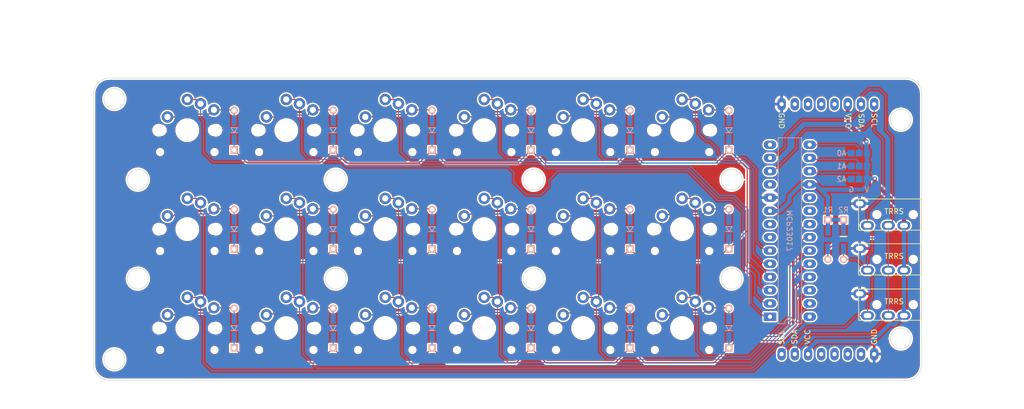
<source format=kicad_pcb>
(kicad_pcb (version 20171130) (host pcbnew "(5.1.6)-1")
  (layers (0 F.Cu signal) (31 B.Cu signal) (34 B.Paste user) (35 F.Paste user) (36 B.SilkS user) (37 F.SilkS user) (38 B.Mask user) (39 F.Mask user) (44 Edge.Cuts user))
  (net 0 "")
  (net 1 VCC)
  (net 2 GND)
  (net 3 SDA)
  (net 4 SCL)
  (net 5 A0)
  (net 6 A1)
  (net 7 A2)
  (net 8 ROW0)
  (net 9 ROW1)
  (net 10 COL0)
  (net 11 COL1)
  (net 12 COL2)
  (net 13 COL3)
  (net 14 COL4)
  (net 15 COL5)
  (net 16 COL6)
  (net 17 COL7)
  (net 18 COL8)
  (net 19 COL9)
  (net 20 COL10)
  (net 21 COL11)
  (module aaaa:D3_TH_SMD (layer B.Cu) (at 335 85.25525 270)
    (fp_text reference R2 (at -5.7 0) (layer B.SilkS) (effects (justify mirror)))
    (fp_text value R hide)
    (pad 1 smd rect (at -1.775 0 270) (size 2 1) (layers B.Cu B.Paste B.Mask) (net 1 VCC))
    (pad 1 thru_hole rect (at -3.81 0 270) (size 1.397 1.397) (drill 0.8128) (layers *.Cu *.Mask B.SilkS) (net 1 VCC))
    (pad 2 thru_hole circle (at 3.81 0 270) (size 1.397 1.397) (drill 0.8128) (layers *.Cu *.Mask B.SilkS) (net 4 SCL))
    (pad 2 smd rect (at 1.775 0 270) (size 2 1) (layers B.Cu B.Paste B.Mask) (net 4 SCL))
  )
  (module aaaa:D3_TH_SMD (layer B.Cu) (at 218 102.25525 90)
    (fp_text reference D16 hide)
    (fp_text value D hide)
    (pad 2 smd rect (at 1.775 0 90) (size 2 1) (layers B.Cu B.Paste B.Mask) (net 9 ROW1))
    (pad 2 thru_hole circle (at 3.81 0 90) (size 1.397 1.397) (drill 0.8128) (layers *.Cu *.Mask B.SilkS) (net 9 ROW1))
    (pad 1 thru_hole rect (at -3.81 0 90) (size 1.397 1.397) (drill 0.8128) (layers *.Cu *.Mask B.SilkS) (net 9 ROW1))
    (pad 1 smd rect (at -1.775 0 90) (size 2 1) (layers B.Cu B.Paste B.Mask) (net 9 ROW1))
  )
  (module aaaa:D3_TH_SMD (layer B.Cu) (at 237 102.25525 90)
    (fp_text reference D16 hide)
    (fp_text value D hide)
    (pad 1 smd rect (at -1.775 0 90) (size 2 1) (layers B.Cu B.Paste B.Mask) (net 9 ROW1))
    (pad 1 thru_hole rect (at -3.81 0 90) (size 1.397 1.397) (drill 0.8128) (layers *.Cu *.Mask B.SilkS) (net 9 ROW1))
    (pad 2 thru_hole circle (at 3.81 0 90) (size 1.397 1.397) (drill 0.8128) (layers *.Cu *.Mask B.SilkS) (net 9 ROW1))
    (pad 2 smd rect (at 1.775 0 90) (size 2 1) (layers B.Cu B.Paste B.Mask) (net 9 ROW1))
  )
  (module aaaa:D3_TH_SMD (layer B.Cu) (at 256 102.25525 90)
    (fp_text reference D16 hide)
    (fp_text value D hide)
    (pad 2 smd rect (at 1.775 0 90) (size 2 1) (layers B.Cu B.Paste B.Mask) (net 9 ROW1))
    (pad 2 thru_hole circle (at 3.81 0 90) (size 1.397 1.397) (drill 0.8128) (layers *.Cu *.Mask B.SilkS) (net 9 ROW1))
    (pad 1 thru_hole rect (at -3.81 0 90) (size 1.397 1.397) (drill 0.8128) (layers *.Cu *.Mask B.SilkS) (net 9 ROW1))
    (pad 1 smd rect (at -1.775 0 90) (size 2 1) (layers B.Cu B.Paste B.Mask) (net 9 ROW1))
  )
  (module aaaa:D3_TH_SMD (layer B.Cu) (at 275 102.25525 90)
    (fp_text reference D16 hide)
    (fp_text value D hide)
    (pad 1 smd rect (at -1.775 0 90) (size 2 1) (layers B.Cu B.Paste B.Mask) (net 9 ROW1))
    (pad 1 thru_hole rect (at -3.81 0 90) (size 1.397 1.397) (drill 0.8128) (layers *.Cu *.Mask B.SilkS) (net 9 ROW1))
    (pad 2 thru_hole circle (at 3.81 0 90) (size 1.397 1.397) (drill 0.8128) (layers *.Cu *.Mask B.SilkS) (net 9 ROW1))
    (pad 2 smd rect (at 1.775 0 90) (size 2 1) (layers B.Cu B.Paste B.Mask) (net 9 ROW1))
  )
  (module aaaa:D3_TH_SMD (layer B.Cu) (at 294 102.25525 90)
    (fp_text reference D16 hide)
    (fp_text value D hide)
    (pad 2 smd rect (at 1.775 0 90) (size 2 1) (layers B.Cu B.Paste B.Mask) (net 9 ROW1))
    (pad 2 thru_hole circle (at 3.81 0 90) (size 1.397 1.397) (drill 0.8128) (layers *.Cu *.Mask B.SilkS) (net 9 ROW1))
    (pad 1 thru_hole rect (at -3.81 0 90) (size 1.397 1.397) (drill 0.8128) (layers *.Cu *.Mask B.SilkS) (net 9 ROW1))
    (pad 1 smd rect (at -1.775 0 90) (size 2 1) (layers B.Cu B.Paste B.Mask) (net 9 ROW1))
  )
  (module aaaa:D3_TH_SMD (layer B.Cu) (at 313 102.25525 90)
    (fp_text reference D16 hide)
    (fp_text value D hide)
    (pad 1 smd rect (at -1.775 0 90) (size 2 1) (layers B.Cu B.Paste B.Mask) (net 9 ROW1))
    (pad 1 thru_hole rect (at -3.81 0 90) (size 1.397 1.397) (drill 0.8128) (layers *.Cu *.Mask B.SilkS) (net 9 ROW1))
    (pad 2 thru_hole circle (at 3.81 0 90) (size 1.397 1.397) (drill 0.8128) (layers *.Cu *.Mask B.SilkS) (net 9 ROW1))
    (pad 2 smd rect (at 1.775 0 90) (size 2 1) (layers B.Cu B.Paste B.Mask) (net 9 ROW1))
  )
  (module aaaa:D3_TH_SMD (layer B.Cu) (at 313 64.25525 90)
    (fp_text reference D16 hide)
    (fp_text value D hide)
    (pad 2 smd rect (at 1.775 0 90) (size 2 1) (layers B.Cu B.Paste B.Mask) (net 8 ROW0))
    (pad 2 thru_hole circle (at 3.81 0 90) (size 1.397 1.397) (drill 0.8128) (layers *.Cu *.Mask B.SilkS) (net 8 ROW0))
    (pad 1 thru_hole rect (at -3.81 0 90) (size 1.397 1.397) (drill 0.8128) (layers *.Cu *.Mask B.SilkS) (net 8 ROW0))
    (pad 1 smd rect (at -1.775 0 90) (size 2 1) (layers B.Cu B.Paste B.Mask) (net 8 ROW0))
  )
  (module aaaa:D3_TH_SMD (layer B.Cu) (at 294 64.25525 90)
    (fp_text reference D16 hide)
    (fp_text value D hide)
    (pad 1 smd rect (at -1.775 0 90) (size 2 1) (layers B.Cu B.Paste B.Mask) (net 8 ROW0))
    (pad 1 thru_hole rect (at -3.81 0 90) (size 1.397 1.397) (drill 0.8128) (layers *.Cu *.Mask B.SilkS) (net 8 ROW0))
    (pad 2 thru_hole circle (at 3.81 0 90) (size 1.397 1.397) (drill 0.8128) (layers *.Cu *.Mask B.SilkS) (net 8 ROW0))
    (pad 2 smd rect (at 1.775 0 90) (size 2 1) (layers B.Cu B.Paste B.Mask) (net 8 ROW0))
  )
  (module aaaa:D3_TH_SMD (layer B.Cu) (at 275 64.25525 90)
    (fp_text reference D16 hide)
    (fp_text value D hide)
    (pad 2 smd rect (at 1.775 0 90) (size 2 1) (layers B.Cu B.Paste B.Mask) (net 8 ROW0))
    (pad 2 thru_hole circle (at 3.81 0 90) (size 1.397 1.397) (drill 0.8128) (layers *.Cu *.Mask B.SilkS) (net 8 ROW0))
    (pad 1 thru_hole rect (at -3.81 0 90) (size 1.397 1.397) (drill 0.8128) (layers *.Cu *.Mask B.SilkS) (net 8 ROW0))
    (pad 1 smd rect (at -1.775 0 90) (size 2 1) (layers B.Cu B.Paste B.Mask) (net 8 ROW0))
  )
  (module aaaa:D3_TH_SMD (layer B.Cu) (at 256 64.25525 90)
    (fp_text reference D16 hide)
    (fp_text value D hide)
    (pad 1 smd rect (at -1.775 0 90) (size 2 1) (layers B.Cu B.Paste B.Mask) (net 8 ROW0))
    (pad 1 thru_hole rect (at -3.81 0 90) (size 1.397 1.397) (drill 0.8128) (layers *.Cu *.Mask B.SilkS) (net 8 ROW0))
    (pad 2 thru_hole circle (at 3.81 0 90) (size 1.397 1.397) (drill 0.8128) (layers *.Cu *.Mask B.SilkS) (net 8 ROW0))
    (pad 2 smd rect (at 1.775 0 90) (size 2 1) (layers B.Cu B.Paste B.Mask) (net 8 ROW0))
  )
  (module aaaa:D3_TH_SMD (layer B.Cu) (at 237 64.25525 90)
    (fp_text reference D16 hide)
    (fp_text value D hide)
    (pad 2 smd rect (at 1.775 0 90) (size 2 1) (layers B.Cu B.Paste B.Mask) (net 8 ROW0))
    (pad 2 thru_hole circle (at 3.81 0 90) (size 1.397 1.397) (drill 0.8128) (layers *.Cu *.Mask B.SilkS) (net 8 ROW0))
    (pad 1 thru_hole rect (at -3.81 0 90) (size 1.397 1.397) (drill 0.8128) (layers *.Cu *.Mask B.SilkS) (net 8 ROW0))
    (pad 1 smd rect (at -1.775 0 90) (size 2 1) (layers B.Cu B.Paste B.Mask) (net 8 ROW0))
  )
  (module aaaa:D3_TH_SMD (layer B.Cu) (at 218 64.25525 90)
    (fp_text reference D16 hide)
    (fp_text value D hide)
    (pad 1 smd rect (at -1.775 0 90) (size 2 1) (layers B.Cu B.Paste B.Mask) (net 8 ROW0))
    (pad 1 thru_hole rect (at -3.81 0 90) (size 1.397 1.397) (drill 0.8128) (layers *.Cu *.Mask B.SilkS) (net 8 ROW0))
    (pad 2 thru_hole circle (at 3.81 0 90) (size 1.397 1.397) (drill 0.8128) (layers *.Cu *.Mask B.SilkS) (net 8 ROW0))
    (pad 2 smd rect (at 1.775 0 90) (size 2 1) (layers B.Cu B.Paste B.Mask) (net 8 ROW0))
  )
  (module aaaa:D3_TH_SMD (layer B.Cu) (at 313 83.25525 90)
    (fp_text reference D16 hide)
    (fp_text value D hide)
    (pad 1 smd rect (at -1.775 0 90) (size 2 1) (layers B.Cu B.Paste B.Mask) (net 8 ROW0))
    (pad 1 thru_hole rect (at -3.81 0 90) (size 1.397 1.397) (drill 0.8128) (layers *.Cu *.Mask B.SilkS) (net 8 ROW0))
    (pad 2 thru_hole circle (at 3.81 0 90) (size 1.397 1.397) (drill 0.8128) (layers *.Cu *.Mask B.SilkS) (net 8 ROW0))
    (pad 2 smd rect (at 1.775 0 90) (size 2 1) (layers B.Cu B.Paste B.Mask) (net 8 ROW0))
  )
  (module aaaa:D3_TH_SMD (layer B.Cu) (at 294 83.25525 90)
    (fp_text reference D16 hide)
    (fp_text value D hide)
    (pad 2 smd rect (at 1.775 0 90) (size 2 1) (layers B.Cu B.Paste B.Mask) (net 8 ROW0))
    (pad 2 thru_hole circle (at 3.81 0 90) (size 1.397 1.397) (drill 0.8128) (layers *.Cu *.Mask B.SilkS) (net 8 ROW0))
    (pad 1 thru_hole rect (at -3.81 0 90) (size 1.397 1.397) (drill 0.8128) (layers *.Cu *.Mask B.SilkS) (net 8 ROW0))
    (pad 1 smd rect (at -1.775 0 90) (size 2 1) (layers B.Cu B.Paste B.Mask) (net 8 ROW0))
  )
  (module aaaa:D3_TH_SMD (layer B.Cu) (at 275 83.25525 90)
    (fp_text reference D16 hide)
    (fp_text value D hide)
    (pad 1 smd rect (at -1.775 0 90) (size 2 1) (layers B.Cu B.Paste B.Mask) (net 8 ROW0))
    (pad 1 thru_hole rect (at -3.81 0 90) (size 1.397 1.397) (drill 0.8128) (layers *.Cu *.Mask B.SilkS) (net 8 ROW0))
    (pad 2 thru_hole circle (at 3.81 0 90) (size 1.397 1.397) (drill 0.8128) (layers *.Cu *.Mask B.SilkS) (net 8 ROW0))
    (pad 2 smd rect (at 1.775 0 90) (size 2 1) (layers B.Cu B.Paste B.Mask) (net 8 ROW0))
  )
  (module aaaa:D3_TH_SMD (layer B.Cu) (at 256 83.25525 90)
    (fp_text reference D16 hide)
    (fp_text value D hide)
    (pad 2 smd rect (at 1.775 0 90) (size 2 1) (layers B.Cu B.Paste B.Mask) (net 8 ROW0))
    (pad 2 thru_hole circle (at 3.81 0 90) (size 1.397 1.397) (drill 0.8128) (layers *.Cu *.Mask B.SilkS) (net 8 ROW0))
    (pad 1 thru_hole rect (at -3.81 0 90) (size 1.397 1.397) (drill 0.8128) (layers *.Cu *.Mask B.SilkS) (net 8 ROW0))
    (pad 1 smd rect (at -1.775 0 90) (size 2 1) (layers B.Cu B.Paste B.Mask) (net 8 ROW0))
  )
  (module aaaa:D3_TH_SMD (layer B.Cu) (at 237 83.25525 90)
    (fp_text reference D16 hide)
    (fp_text value D hide)
    (pad 1 smd rect (at -1.775 0 90) (size 2 1) (layers B.Cu B.Paste B.Mask) (net 8 ROW0))
    (pad 1 thru_hole rect (at -3.81 0 90) (size 1.397 1.397) (drill 0.8128) (layers *.Cu *.Mask B.SilkS) (net 8 ROW0))
    (pad 2 thru_hole circle (at 3.81 0 90) (size 1.397 1.397) (drill 0.8128) (layers *.Cu *.Mask B.SilkS) (net 8 ROW0))
    (pad 2 smd rect (at 1.775 0 90) (size 2 1) (layers B.Cu B.Paste B.Mask) (net 8 ROW0))
  )
  (module aaaa:D3_TH_SMD (layer B.Cu) (at 218 83.25525 90)
    (fp_text reference D16 hide)
    (fp_text value D hide)
    (pad 2 smd rect (at 1.775 0 90) (size 2 1) (layers B.Cu B.Paste B.Mask) (net 8 ROW0))
    (pad 2 thru_hole circle (at 3.81 0 90) (size 1.397 1.397) (drill 0.8128) (layers *.Cu *.Mask B.SilkS) (net 8 ROW0))
    (pad 1 thru_hole rect (at -3.81 0 90) (size 1.397 1.397) (drill 0.8128) (layers *.Cu *.Mask B.SilkS) (net 8 ROW0))
    (pad 1 smd rect (at -1.775 0 90) (size 2 1) (layers B.Cu B.Paste B.Mask) (net 8 ROW0))
  )
  (module kbd:MJ-4PP-9_1side (layer F.Cu) (at 349.9 80.45525 270)
    (fp_text reference J1)
    (fp_text value MJ-4PP-9 hide)
    (fp_text user TRRS (at -0.6 5.2 180) (layer F.SilkS))
    (pad "" np_thru_hole circle (at 0 1.5 270) (size 1.2 1.2) (drill 1.2) (layers *.Cu *.Mask F.SilkS))
    (pad "" np_thru_hole circle (at 0 8.5 270) (size 1.2 1.2) (drill 1.2) (layers *.Cu *.Mask F.SilkS))
    (pad B thru_hole oval (at 2.1 3.3 270) (size 1.7 2.5) (drill oval 1 1.5) (layers *.Cu *.Mask) (net 1 VCC))
    (pad C thru_hole oval (at 2.1 6.3 270) (size 1.7 2.5) (drill oval 1 1.5) (layers *.Cu *.Mask) (net 3 SDA))
    (pad D thru_hole oval (at 2.1 10.3 270) (size 1.7 2.5) (drill oval 1 1.5) (layers *.Cu *.Mask) (net 4 SCL) (clearance 0.15))
    (pad A thru_hole oval (at -2.1 11.8 270) (size 1.7 2.5) (drill oval 1 1.5) (layers *.Cu *.Mask) (net 2 GND) (clearance 0.15))
  )
  (module kbd:MJ-4PP-9_1side (layer F.Cu) (at 349.9 89.05525 270)
    (fp_text reference J1)
    (fp_text value MJ-4PP-9 hide)
    (fp_text user TRRS (at -0.6 5.2 180) (layer F.SilkS))
    (pad A thru_hole oval (at -2.1 11.8 270) (size 1.7 2.5) (drill oval 1 1.5) (layers *.Cu *.Mask) (net 2 GND) (clearance 0.15))
    (pad D thru_hole oval (at 2.1 10.3 270) (size 1.7 2.5) (drill oval 1 1.5) (layers *.Cu *.Mask) (net 4 SCL) (clearance 0.15))
    (pad C thru_hole oval (at 2.1 6.3 270) (size 1.7 2.5) (drill oval 1 1.5) (layers *.Cu *.Mask) (net 3 SDA))
    (pad B thru_hole oval (at 2.1 3.3 270) (size 1.7 2.5) (drill oval 1 1.5) (layers *.Cu *.Mask) (net 1 VCC))
    (pad "" np_thru_hole circle (at 0 8.5 270) (size 1.2 1.2) (drill 1.2) (layers *.Cu *.Mask F.SilkS))
    (pad "" np_thru_hole circle (at 0 1.5 270) (size 1.2 1.2) (drill 1.2) (layers *.Cu *.Mask F.SilkS))
  )
  (module Package_DIP:DIP-28_W7.62mm_LongPads (layer B.Cu) (at 332 59.25525 90)
    (fp_text reference MCP23017 hide)
    (fp_text value DIP-28_W7.62mm_LongPads)
    (pad 1 thru_hole oval (at 0 8.89 90) (size 2.4 1.6) (drill 0.8) (layers *.Cu *.Mask) (net 4 SCL))
    (pad 2 thru_hole oval (at 0 6.35 90) (size 2.4 1.6) (drill 0.8) (layers *.Cu *.Mask) (net 3 SDA))
    (pad 3 thru_hole oval (at 0 3.81 90) (size 2.4 1.6) (drill 0.8) (layers *.Cu *.Mask) (net 1 VCC))
    (pad 4 thru_hole oval (at 0 1.27 90) (size 2.4 1.6) (drill 0.8) (layers *.Cu *.Mask))
    (pad 5 thru_hole oval (at 0 -1.27 90) (size 2.4 1.6) (drill 0.8) (layers *.Cu *.Mask))
    (pad 6 thru_hole oval (at 0 -3.81 90) (size 2.4 1.6) (drill 0.8) (layers *.Cu *.Mask))
    (pad 7 thru_hole oval (at 0 -6.35 90) (size 2.4 1.6) (drill 0.8) (layers *.Cu *.Mask))
    (pad 8 thru_hole oval (at 0 -8.89 90) (size 2.4 1.6) (drill 0.8) (layers *.Cu *.Mask) (net 2 GND))
  )
  (module Package_DIP:DIP-28_W7.62mm_LongPads (layer B.Cu) (at 332 107.25525 270)
    (fp_text reference MCP23017 hide)
    (fp_text value DIP-28_W7.62mm_LongPads)
    (pad 8 thru_hole oval (at 0 -8.89 270) (size 2.4 1.6) (drill 0.8) (layers *.Cu *.Mask) (net 2 GND))
    (pad 7 thru_hole oval (at 0 -6.35 270) (size 2.4 1.6) (drill 0.8) (layers *.Cu *.Mask))
    (pad 6 thru_hole oval (at 0 -3.81 270) (size 2.4 1.6) (drill 0.8) (layers *.Cu *.Mask))
    (pad 5 thru_hole oval (at 0 -1.27 270) (size 2.4 1.6) (drill 0.8) (layers *.Cu *.Mask))
    (pad 4 thru_hole oval (at 0 1.27 270) (size 2.4 1.6) (drill 0.8) (layers *.Cu *.Mask))
    (pad 3 thru_hole oval (at 0 3.81 270) (size 2.4 1.6) (drill 0.8) (layers *.Cu *.Mask) (net 1 VCC))
    (pad 2 thru_hole oval (at 0 6.35 270) (size 2.4 1.6) (drill 0.8) (layers *.Cu *.Mask) (net 3 SDA))
    (pad 1 thru_hole oval (at 0 8.89 270) (size 2.4 1.6) (drill 0.8) (layers *.Cu *.Mask) (net 4 SCL))
  )
  (module aaaa:CherryMX_Choc_1u_amy (layer F.Cu) (at 209 102.25525)
    (fp_text reference SW3 hide)
    (fp_text value SW_PUSH hide)
    (pad 1 thru_hole circle (at 5.1 -3.9 310) (size 2.2 2.2) (drill 1.2) (layers *.Cu *.Mask) (net 9 ROW1))
    (pad "" np_thru_hole circle (at 0 0 90) (size 4 4) (drill 4) (layers *.Cu *.Mask))
    (pad "" np_thru_hole circle (at -5.5 0 90) (size 1.9 1.9) (drill 1.9) (layers *.Cu *.Mask))
    (pad "" np_thru_hole circle (at 5.5 0 90) (size 1.9 1.9) (drill 1.9) (layers *.Cu *.Mask))
    (pad 2 thru_hole circle (at 0 -5.9 90) (size 2.2 2.2) (drill 1.2) (layers *.Cu *.Mask) (net 10 COL0))
    (pad 2 thru_hole circle (at 2.54 -5.08) (size 2.2 2.2) (drill 1.2) (layers *.Cu *.Mask) (net 10 COL0))
    (pad 1 thru_hole circle (at -3.81 -2.54 50) (size 2.2 2.2) (drill 1.2) (layers *.Cu *.Mask) (net 9 ROW1))
    (pad "" np_thru_hole circle (at 5.08 0) (size 1.7 1.7) (drill 1.7) (layers *.Cu *.Mask))
    (pad "" np_thru_hole circle (at -5.08 0) (size 1.7 1.7) (drill 1.7) (layers *.Cu *.Mask))
    (pad "" np_thru_hole circle (at 5.22 4.2) (size 1 1) (drill 1) (layers *.Cu *.Mask))
    (pad "" np_thru_hole circle (at -5.22 4.2) (size 1 1) (drill 1) (layers *.Cu *.Mask))
  )
  (module aaaa:CherryMX_Choc_1u_amy (layer F.Cu) (at 304 102.25525)
    (fp_text reference SW3 hide)
    (fp_text value SW_PUSH hide)
    (pad "" np_thru_hole circle (at -5.22 4.2) (size 1 1) (drill 1) (layers *.Cu *.Mask))
    (pad "" np_thru_hole circle (at 5.22 4.2) (size 1 1) (drill 1) (layers *.Cu *.Mask))
    (pad "" np_thru_hole circle (at -5.08 0) (size 1.7 1.7) (drill 1.7) (layers *.Cu *.Mask))
    (pad "" np_thru_hole circle (at 5.08 0) (size 1.7 1.7) (drill 1.7) (layers *.Cu *.Mask))
    (pad 1 thru_hole circle (at -3.81 -2.54 50) (size 2.2 2.2) (drill 1.2) (layers *.Cu *.Mask) (net 9 ROW1))
    (pad 2 thru_hole circle (at 2.54 -5.08) (size 2.2 2.2) (drill 1.2) (layers *.Cu *.Mask) (net 15 COL5))
    (pad 2 thru_hole circle (at 0 -5.9 90) (size 2.2 2.2) (drill 1.2) (layers *.Cu *.Mask) (net 15 COL5))
    (pad "" np_thru_hole circle (at 5.5 0 90) (size 1.9 1.9) (drill 1.9) (layers *.Cu *.Mask))
    (pad "" np_thru_hole circle (at -5.5 0 90) (size 1.9 1.9) (drill 1.9) (layers *.Cu *.Mask))
    (pad "" np_thru_hole circle (at 0 0 90) (size 4 4) (drill 4) (layers *.Cu *.Mask))
    (pad 1 thru_hole circle (at 5.1 -3.9 310) (size 2.2 2.2) (drill 1.2) (layers *.Cu *.Mask) (net 9 ROW1))
  )
  (module aaaa:CherryMX_Choc_1u_amy (layer F.Cu) (at 285 102.25525)
    (fp_text reference SW3 hide)
    (fp_text value SW_PUSH hide)
    (pad 1 thru_hole circle (at 5.1 -3.9 310) (size 2.2 2.2) (drill 1.2) (layers *.Cu *.Mask) (net 9 ROW1))
    (pad "" np_thru_hole circle (at 0 0 90) (size 4 4) (drill 4) (layers *.Cu *.Mask))
    (pad "" np_thru_hole circle (at -5.5 0 90) (size 1.9 1.9) (drill 1.9) (layers *.Cu *.Mask))
    (pad "" np_thru_hole circle (at 5.5 0 90) (size 1.9 1.9) (drill 1.9) (layers *.Cu *.Mask))
    (pad 2 thru_hole circle (at 0 -5.9 90) (size 2.2 2.2) (drill 1.2) (layers *.Cu *.Mask) (net 14 COL4))
    (pad 2 thru_hole circle (at 2.54 -5.08) (size 2.2 2.2) (drill 1.2) (layers *.Cu *.Mask) (net 14 COL4))
    (pad 1 thru_hole circle (at -3.81 -2.54 50) (size 2.2 2.2) (drill 1.2) (layers *.Cu *.Mask) (net 9 ROW1))
    (pad "" np_thru_hole circle (at 5.08 0) (size 1.7 1.7) (drill 1.7) (layers *.Cu *.Mask))
    (pad "" np_thru_hole circle (at -5.08 0) (size 1.7 1.7) (drill 1.7) (layers *.Cu *.Mask))
    (pad "" np_thru_hole circle (at 5.22 4.2) (size 1 1) (drill 1) (layers *.Cu *.Mask))
    (pad "" np_thru_hole circle (at -5.22 4.2) (size 1 1) (drill 1) (layers *.Cu *.Mask))
  )
  (module aaaa:CherryMX_Choc_1u_amy (layer F.Cu) (at 266 102.25525)
    (fp_text reference SW3 hide)
    (fp_text value SW_PUSH hide)
    (pad "" np_thru_hole circle (at -5.22 4.2) (size 1 1) (drill 1) (layers *.Cu *.Mask))
    (pad "" np_thru_hole circle (at 5.22 4.2) (size 1 1) (drill 1) (layers *.Cu *.Mask))
    (pad "" np_thru_hole circle (at -5.08 0) (size 1.7 1.7) (drill 1.7) (layers *.Cu *.Mask))
    (pad "" np_thru_hole circle (at 5.08 0) (size 1.7 1.7) (drill 1.7) (layers *.Cu *.Mask))
    (pad 1 thru_hole circle (at -3.81 -2.54 50) (size 2.2 2.2) (drill 1.2) (layers *.Cu *.Mask) (net 9 ROW1))
    (pad 2 thru_hole circle (at 2.54 -5.08) (size 2.2 2.2) (drill 1.2) (layers *.Cu *.Mask) (net 13 COL3))
    (pad 2 thru_hole circle (at 0 -5.9 90) (size 2.2 2.2) (drill 1.2) (layers *.Cu *.Mask) (net 13 COL3))
    (pad "" np_thru_hole circle (at 5.5 0 90) (size 1.9 1.9) (drill 1.9) (layers *.Cu *.Mask))
    (pad "" np_thru_hole circle (at -5.5 0 90) (size 1.9 1.9) (drill 1.9) (layers *.Cu *.Mask))
    (pad "" np_thru_hole circle (at 0 0 90) (size 4 4) (drill 4) (layers *.Cu *.Mask))
    (pad 1 thru_hole circle (at 5.1 -3.9 310) (size 2.2 2.2) (drill 1.2) (layers *.Cu *.Mask) (net 9 ROW1))
  )
  (module aaaa:CherryMX_Choc_1u_amy (layer F.Cu) (at 228 102.25525)
    (fp_text reference SW3 hide)
    (fp_text value SW_PUSH hide)
    (pad "" np_thru_hole circle (at -5.22 4.2) (size 1 1) (drill 1) (layers *.Cu *.Mask))
    (pad "" np_thru_hole circle (at 5.22 4.2) (size 1 1) (drill 1) (layers *.Cu *.Mask))
    (pad "" np_thru_hole circle (at -5.08 0) (size 1.7 1.7) (drill 1.7) (layers *.Cu *.Mask))
    (pad "" np_thru_hole circle (at 5.08 0) (size 1.7 1.7) (drill 1.7) (layers *.Cu *.Mask))
    (pad 1 thru_hole circle (at -3.81 -2.54 50) (size 2.2 2.2) (drill 1.2) (layers *.Cu *.Mask) (net 9 ROW1))
    (pad 2 thru_hole circle (at 2.54 -5.08) (size 2.2 2.2) (drill 1.2) (layers *.Cu *.Mask) (net 11 COL1))
    (pad 2 thru_hole circle (at 0 -5.9 90) (size 2.2 2.2) (drill 1.2) (layers *.Cu *.Mask) (net 11 COL1))
    (pad "" np_thru_hole circle (at 5.5 0 90) (size 1.9 1.9) (drill 1.9) (layers *.Cu *.Mask))
    (pad "" np_thru_hole circle (at -5.5 0 90) (size 1.9 1.9) (drill 1.9) (layers *.Cu *.Mask))
    (pad "" np_thru_hole circle (at 0 0 90) (size 4 4) (drill 4) (layers *.Cu *.Mask))
    (pad 1 thru_hole circle (at 5.1 -3.9 310) (size 2.2 2.2) (drill 1.2) (layers *.Cu *.Mask) (net 9 ROW1))
  )
  (module aaaa:CherryMX_Choc_1u_amy (layer F.Cu) (at 247 102.25525)
    (fp_text reference SW3 hide)
    (fp_text value SW_PUSH hide)
    (pad 1 thru_hole circle (at 5.1 -3.9 310) (size 2.2 2.2) (drill 1.2) (layers *.Cu *.Mask) (net 9 ROW1))
    (pad "" np_thru_hole circle (at 0 0 90) (size 4 4) (drill 4) (layers *.Cu *.Mask))
    (pad "" np_thru_hole circle (at -5.5 0 90) (size 1.9 1.9) (drill 1.9) (layers *.Cu *.Mask))
    (pad "" np_thru_hole circle (at 5.5 0 90) (size 1.9 1.9) (drill 1.9) (layers *.Cu *.Mask))
    (pad 2 thru_hole circle (at 0 -5.9 90) (size 2.2 2.2) (drill 1.2) (layers *.Cu *.Mask) (net 12 COL2))
    (pad 2 thru_hole circle (at 2.54 -5.08) (size 2.2 2.2) (drill 1.2) (layers *.Cu *.Mask) (net 12 COL2))
    (pad 1 thru_hole circle (at -3.81 -2.54 50) (size 2.2 2.2) (drill 1.2) (layers *.Cu *.Mask) (net 9 ROW1))
    (pad "" np_thru_hole circle (at 5.08 0) (size 1.7 1.7) (drill 1.7) (layers *.Cu *.Mask))
    (pad "" np_thru_hole circle (at -5.08 0) (size 1.7 1.7) (drill 1.7) (layers *.Cu *.Mask))
    (pad "" np_thru_hole circle (at 5.22 4.2) (size 1 1) (drill 1) (layers *.Cu *.Mask))
    (pad "" np_thru_hole circle (at -5.22 4.2) (size 1 1) (drill 1) (layers *.Cu *.Mask))
  )
  (module aaaa:CherryMX_Choc_1u_amy (layer F.Cu) (at 209 83.25525)
    (fp_text reference SW3 hide)
    (fp_text value SW_PUSH hide)
    (pad "" np_thru_hole circle (at -5.22 4.2) (size 1 1) (drill 1) (layers *.Cu *.Mask))
    (pad "" np_thru_hole circle (at 5.22 4.2) (size 1 1) (drill 1) (layers *.Cu *.Mask))
    (pad "" np_thru_hole circle (at -5.08 0) (size 1.7 1.7) (drill 1.7) (layers *.Cu *.Mask))
    (pad "" np_thru_hole circle (at 5.08 0) (size 1.7 1.7) (drill 1.7) (layers *.Cu *.Mask))
    (pad 1 thru_hole circle (at -3.81 -2.54 50) (size 2.2 2.2) (drill 1.2) (layers *.Cu *.Mask) (net 8 ROW0))
    (pad 2 thru_hole circle (at 2.54 -5.08) (size 2.2 2.2) (drill 1.2) (layers *.Cu *.Mask) (net 10 COL0))
    (pad 2 thru_hole circle (at 0 -5.9 90) (size 2.2 2.2) (drill 1.2) (layers *.Cu *.Mask) (net 10 COL0))
    (pad "" np_thru_hole circle (at 5.5 0 90) (size 1.9 1.9) (drill 1.9) (layers *.Cu *.Mask))
    (pad "" np_thru_hole circle (at -5.5 0 90) (size 1.9 1.9) (drill 1.9) (layers *.Cu *.Mask))
    (pad "" np_thru_hole circle (at 0 0 90) (size 4 4) (drill 4) (layers *.Cu *.Mask))
    (pad 1 thru_hole circle (at 5.1 -3.9 310) (size 2.2 2.2) (drill 1.2) (layers *.Cu *.Mask) (net 8 ROW0))
  )
  (module aaaa:CherryMX_Choc_1u_amy (layer F.Cu) (at 304 83.25525)
    (fp_text reference SW3 hide)
    (fp_text value SW_PUSH hide)
    (pad 1 thru_hole circle (at 5.1 -3.9 310) (size 2.2 2.2) (drill 1.2) (layers *.Cu *.Mask) (net 8 ROW0))
    (pad "" np_thru_hole circle (at 0 0 90) (size 4 4) (drill 4) (layers *.Cu *.Mask))
    (pad "" np_thru_hole circle (at -5.5 0 90) (size 1.9 1.9) (drill 1.9) (layers *.Cu *.Mask))
    (pad "" np_thru_hole circle (at 5.5 0 90) (size 1.9 1.9) (drill 1.9) (layers *.Cu *.Mask))
    (pad 2 thru_hole circle (at 0 -5.9 90) (size 2.2 2.2) (drill 1.2) (layers *.Cu *.Mask) (net 15 COL5))
    (pad 2 thru_hole circle (at 2.54 -5.08) (size 2.2 2.2) (drill 1.2) (layers *.Cu *.Mask) (net 15 COL5))
    (pad 1 thru_hole circle (at -3.81 -2.54 50) (size 2.2 2.2) (drill 1.2) (layers *.Cu *.Mask) (net 8 ROW0))
    (pad "" np_thru_hole circle (at 5.08 0) (size 1.7 1.7) (drill 1.7) (layers *.Cu *.Mask))
    (pad "" np_thru_hole circle (at -5.08 0) (size 1.7 1.7) (drill 1.7) (layers *.Cu *.Mask))
    (pad "" np_thru_hole circle (at 5.22 4.2) (size 1 1) (drill 1) (layers *.Cu *.Mask))
    (pad "" np_thru_hole circle (at -5.22 4.2) (size 1 1) (drill 1) (layers *.Cu *.Mask))
  )
  (module aaaa:CherryMX_Choc_1u_amy (layer F.Cu) (at 285 83.25525)
    (fp_text reference SW3 hide)
    (fp_text value SW_PUSH hide)
    (pad "" np_thru_hole circle (at -5.22 4.2) (size 1 1) (drill 1) (layers *.Cu *.Mask))
    (pad "" np_thru_hole circle (at 5.22 4.2) (size 1 1) (drill 1) (layers *.Cu *.Mask))
    (pad "" np_thru_hole circle (at -5.08 0) (size 1.7 1.7) (drill 1.7) (layers *.Cu *.Mask))
    (pad "" np_thru_hole circle (at 5.08 0) (size 1.7 1.7) (drill 1.7) (layers *.Cu *.Mask))
    (pad 1 thru_hole circle (at -3.81 -2.54 50) (size 2.2 2.2) (drill 1.2) (layers *.Cu *.Mask) (net 8 ROW0))
    (pad 2 thru_hole circle (at 2.54 -5.08) (size 2.2 2.2) (drill 1.2) (layers *.Cu *.Mask) (net 14 COL4))
    (pad 2 thru_hole circle (at 0 -5.9 90) (size 2.2 2.2) (drill 1.2) (layers *.Cu *.Mask) (net 14 COL4))
    (pad "" np_thru_hole circle (at 5.5 0 90) (size 1.9 1.9) (drill 1.9) (layers *.Cu *.Mask))
    (pad "" np_thru_hole circle (at -5.5 0 90) (size 1.9 1.9) (drill 1.9) (layers *.Cu *.Mask))
    (pad "" np_thru_hole circle (at 0 0 90) (size 4 4) (drill 4) (layers *.Cu *.Mask))
    (pad 1 thru_hole circle (at 5.1 -3.9 310) (size 2.2 2.2) (drill 1.2) (layers *.Cu *.Mask) (net 8 ROW0))
  )
  (module aaaa:CherryMX_Choc_1u_amy (layer F.Cu) (at 266 83.25525)
    (fp_text reference SW3 hide)
    (fp_text value SW_PUSH hide)
    (pad 1 thru_hole circle (at 5.1 -3.9 310) (size 2.2 2.2) (drill 1.2) (layers *.Cu *.Mask) (net 8 ROW0))
    (pad "" np_thru_hole circle (at 0 0 90) (size 4 4) (drill 4) (layers *.Cu *.Mask))
    (pad "" np_thru_hole circle (at -5.5 0 90) (size 1.9 1.9) (drill 1.9) (layers *.Cu *.Mask))
    (pad "" np_thru_hole circle (at 5.5 0 90) (size 1.9 1.9) (drill 1.9) (layers *.Cu *.Mask))
    (pad 2 thru_hole circle (at 0 -5.9 90) (size 2.2 2.2) (drill 1.2) (layers *.Cu *.Mask) (net 13 COL3))
    (pad 2 thru_hole circle (at 2.54 -5.08) (size 2.2 2.2) (drill 1.2) (layers *.Cu *.Mask) (net 13 COL3))
    (pad 1 thru_hole circle (at -3.81 -2.54 50) (size 2.2 2.2) (drill 1.2) (layers *.Cu *.Mask) (net 8 ROW0))
    (pad "" np_thru_hole circle (at 5.08 0) (size 1.7 1.7) (drill 1.7) (layers *.Cu *.Mask))
    (pad "" np_thru_hole circle (at -5.08 0) (size 1.7 1.7) (drill 1.7) (layers *.Cu *.Mask))
    (pad "" np_thru_hole circle (at 5.22 4.2) (size 1 1) (drill 1) (layers *.Cu *.Mask))
    (pad "" np_thru_hole circle (at -5.22 4.2) (size 1 1) (drill 1) (layers *.Cu *.Mask))
  )
  (module aaaa:CherryMX_Choc_1u_amy (layer F.Cu) (at 247 83.25525)
    (fp_text reference SW3 hide)
    (fp_text value SW_PUSH hide)
    (pad "" np_thru_hole circle (at -5.22 4.2) (size 1 1) (drill 1) (layers *.Cu *.Mask))
    (pad "" np_thru_hole circle (at 5.22 4.2) (size 1 1) (drill 1) (layers *.Cu *.Mask))
    (pad "" np_thru_hole circle (at -5.08 0) (size 1.7 1.7) (drill 1.7) (layers *.Cu *.Mask))
    (pad "" np_thru_hole circle (at 5.08 0) (size 1.7 1.7) (drill 1.7) (layers *.Cu *.Mask))
    (pad 1 thru_hole circle (at -3.81 -2.54 50) (size 2.2 2.2) (drill 1.2) (layers *.Cu *.Mask) (net 8 ROW0))
    (pad 2 thru_hole circle (at 2.54 -5.08) (size 2.2 2.2) (drill 1.2) (layers *.Cu *.Mask) (net 12 COL2))
    (pad 2 thru_hole circle (at 0 -5.9 90) (size 2.2 2.2) (drill 1.2) (layers *.Cu *.Mask) (net 12 COL2))
    (pad "" np_thru_hole circle (at 5.5 0 90) (size 1.9 1.9) (drill 1.9) (layers *.Cu *.Mask))
    (pad "" np_thru_hole circle (at -5.5 0 90) (size 1.9 1.9) (drill 1.9) (layers *.Cu *.Mask))
    (pad "" np_thru_hole circle (at 0 0 90) (size 4 4) (drill 4) (layers *.Cu *.Mask))
    (pad 1 thru_hole circle (at 5.1 -3.9 310) (size 2.2 2.2) (drill 1.2) (layers *.Cu *.Mask) (net 8 ROW0))
  )
  (module aaaa:CherryMX_Choc_1u_amy (layer F.Cu) (at 228 83.25525)
    (fp_text reference SW3 hide)
    (fp_text value SW_PUSH hide)
    (pad 1 thru_hole circle (at 5.1 -3.9 310) (size 2.2 2.2) (drill 1.2) (layers *.Cu *.Mask) (net 8 ROW0))
    (pad "" np_thru_hole circle (at 0 0 90) (size 4 4) (drill 4) (layers *.Cu *.Mask))
    (pad "" np_thru_hole circle (at -5.5 0 90) (size 1.9 1.9) (drill 1.9) (layers *.Cu *.Mask))
    (pad "" np_thru_hole circle (at 5.5 0 90) (size 1.9 1.9) (drill 1.9) (layers *.Cu *.Mask))
    (pad 2 thru_hole circle (at 0 -5.9 90) (size 2.2 2.2) (drill 1.2) (layers *.Cu *.Mask) (net 11 COL1))
    (pad 2 thru_hole circle (at 2.54 -5.08) (size 2.2 2.2) (drill 1.2) (layers *.Cu *.Mask) (net 11 COL1))
    (pad 1 thru_hole circle (at -3.81 -2.54 50) (size 2.2 2.2) (drill 1.2) (layers *.Cu *.Mask) (net 8 ROW0))
    (pad "" np_thru_hole circle (at 5.08 0) (size 1.7 1.7) (drill 1.7) (layers *.Cu *.Mask))
    (pad "" np_thru_hole circle (at -5.08 0) (size 1.7 1.7) (drill 1.7) (layers *.Cu *.Mask))
    (pad "" np_thru_hole circle (at 5.22 4.2) (size 1 1) (drill 1) (layers *.Cu *.Mask))
    (pad "" np_thru_hole circle (at -5.22 4.2) (size 1 1) (drill 1) (layers *.Cu *.Mask))
  )
  (module aaaa:CherryMX_Choc_1u_amy (layer F.Cu) (at 304 64.25525)
    (fp_text reference SW3 hide)
    (fp_text value SW_PUSH hide)
    (pad "" np_thru_hole circle (at -5.22 4.2) (size 1 1) (drill 1) (layers *.Cu *.Mask))
    (pad "" np_thru_hole circle (at 5.22 4.2) (size 1 1) (drill 1) (layers *.Cu *.Mask))
    (pad "" np_thru_hole circle (at -5.08 0) (size 1.7 1.7) (drill 1.7) (layers *.Cu *.Mask))
    (pad "" np_thru_hole circle (at 5.08 0) (size 1.7 1.7) (drill 1.7) (layers *.Cu *.Mask))
    (pad 1 thru_hole circle (at -3.81 -2.54 50) (size 2.2 2.2) (drill 1.2) (layers *.Cu *.Mask) (net 8 ROW0))
    (pad 2 thru_hole circle (at 2.54 -5.08) (size 2.2 2.2) (drill 1.2) (layers *.Cu *.Mask) (net 21 COL11))
    (pad 2 thru_hole circle (at 0 -5.9 90) (size 2.2 2.2) (drill 1.2) (layers *.Cu *.Mask) (net 21 COL11))
    (pad "" np_thru_hole circle (at 5.5 0 90) (size 1.9 1.9) (drill 1.9) (layers *.Cu *.Mask))
    (pad "" np_thru_hole circle (at -5.5 0 90) (size 1.9 1.9) (drill 1.9) (layers *.Cu *.Mask))
    (pad "" np_thru_hole circle (at 0 0 90) (size 4 4) (drill 4) (layers *.Cu *.Mask))
    (pad 1 thru_hole circle (at 5.1 -3.9 310) (size 2.2 2.2) (drill 1.2) (layers *.Cu *.Mask) (net 8 ROW0))
  )
  (module aaaa:CherryMX_Choc_1u_amy (layer F.Cu) (at 285 64.25525)
    (fp_text reference SW3 hide)
    (fp_text value SW_PUSH hide)
    (pad 1 thru_hole circle (at 5.1 -3.9 310) (size 2.2 2.2) (drill 1.2) (layers *.Cu *.Mask) (net 8 ROW0))
    (pad "" np_thru_hole circle (at 0 0 90) (size 4 4) (drill 4) (layers *.Cu *.Mask))
    (pad "" np_thru_hole circle (at -5.5 0 90) (size 1.9 1.9) (drill 1.9) (layers *.Cu *.Mask))
    (pad "" np_thru_hole circle (at 5.5 0 90) (size 1.9 1.9) (drill 1.9) (layers *.Cu *.Mask))
    (pad 2 thru_hole circle (at 0 -5.9 90) (size 2.2 2.2) (drill 1.2) (layers *.Cu *.Mask) (net 20 COL10))
    (pad 2 thru_hole circle (at 2.54 -5.08) (size 2.2 2.2) (drill 1.2) (layers *.Cu *.Mask) (net 20 COL10))
    (pad 1 thru_hole circle (at -3.81 -2.54 50) (size 2.2 2.2) (drill 1.2) (layers *.Cu *.Mask) (net 8 ROW0))
    (pad "" np_thru_hole circle (at 5.08 0) (size 1.7 1.7) (drill 1.7) (layers *.Cu *.Mask))
    (pad "" np_thru_hole circle (at -5.08 0) (size 1.7 1.7) (drill 1.7) (layers *.Cu *.Mask))
    (pad "" np_thru_hole circle (at 5.22 4.2) (size 1 1) (drill 1) (layers *.Cu *.Mask))
    (pad "" np_thru_hole circle (at -5.22 4.2) (size 1 1) (drill 1) (layers *.Cu *.Mask))
  )
  (module aaaa:CherryMX_Choc_1u_amy (layer F.Cu) (at 266 64.25525)
    (fp_text reference SW3 hide)
    (fp_text value SW_PUSH hide)
    (pad "" np_thru_hole circle (at -5.22 4.2) (size 1 1) (drill 1) (layers *.Cu *.Mask))
    (pad "" np_thru_hole circle (at 5.22 4.2) (size 1 1) (drill 1) (layers *.Cu *.Mask))
    (pad "" np_thru_hole circle (at -5.08 0) (size 1.7 1.7) (drill 1.7) (layers *.Cu *.Mask))
    (pad "" np_thru_hole circle (at 5.08 0) (size 1.7 1.7) (drill 1.7) (layers *.Cu *.Mask))
    (pad 1 thru_hole circle (at -3.81 -2.54 50) (size 2.2 2.2) (drill 1.2) (layers *.Cu *.Mask) (net 8 ROW0))
    (pad 2 thru_hole circle (at 2.54 -5.08) (size 2.2 2.2) (drill 1.2) (layers *.Cu *.Mask) (net 19 COL9))
    (pad 2 thru_hole circle (at 0 -5.9 90) (size 2.2 2.2) (drill 1.2) (layers *.Cu *.Mask) (net 19 COL9))
    (pad "" np_thru_hole circle (at 5.5 0 90) (size 1.9 1.9) (drill 1.9) (layers *.Cu *.Mask))
    (pad "" np_thru_hole circle (at -5.5 0 90) (size 1.9 1.9) (drill 1.9) (layers *.Cu *.Mask))
    (pad "" np_thru_hole circle (at 0 0 90) (size 4 4) (drill 4) (layers *.Cu *.Mask))
    (pad 1 thru_hole circle (at 5.1 -3.9 310) (size 2.2 2.2) (drill 1.2) (layers *.Cu *.Mask) (net 8 ROW0))
  )
  (module aaaa:CherryMX_Choc_1u_amy (layer F.Cu) (at 247 64.25525)
    (fp_text reference SW3 hide)
    (fp_text value SW_PUSH hide)
    (pad 1 thru_hole circle (at 5.1 -3.9 310) (size 2.2 2.2) (drill 1.2) (layers *.Cu *.Mask) (net 8 ROW0))
    (pad "" np_thru_hole circle (at 0 0 90) (size 4 4) (drill 4) (layers *.Cu *.Mask))
    (pad "" np_thru_hole circle (at -5.5 0 90) (size 1.9 1.9) (drill 1.9) (layers *.Cu *.Mask))
    (pad "" np_thru_hole circle (at 5.5 0 90) (size 1.9 1.9) (drill 1.9) (layers *.Cu *.Mask))
    (pad 2 thru_hole circle (at 0 -5.9 90) (size 2.2 2.2) (drill 1.2) (layers *.Cu *.Mask) (net 18 COL8))
    (pad 2 thru_hole circle (at 2.54 -5.08) (size 2.2 2.2) (drill 1.2) (layers *.Cu *.Mask) (net 18 COL8))
    (pad 1 thru_hole circle (at -3.81 -2.54 50) (size 2.2 2.2) (drill 1.2) (layers *.Cu *.Mask) (net 8 ROW0))
    (pad "" np_thru_hole circle (at 5.08 0) (size 1.7 1.7) (drill 1.7) (layers *.Cu *.Mask))
    (pad "" np_thru_hole circle (at -5.08 0) (size 1.7 1.7) (drill 1.7) (layers *.Cu *.Mask))
    (pad "" np_thru_hole circle (at 5.22 4.2) (size 1 1) (drill 1) (layers *.Cu *.Mask))
    (pad "" np_thru_hole circle (at -5.22 4.2) (size 1 1) (drill 1) (layers *.Cu *.Mask))
  )
  (module aaaa:CherryMX_Choc_1u_amy (layer F.Cu) (at 228 64.25525)
    (fp_text reference SW3 hide)
    (fp_text value SW_PUSH hide)
    (pad "" np_thru_hole circle (at -5.22 4.2) (size 1 1) (drill 1) (layers *.Cu *.Mask))
    (pad "" np_thru_hole circle (at 5.22 4.2) (size 1 1) (drill 1) (layers *.Cu *.Mask))
    (pad "" np_thru_hole circle (at -5.08 0) (size 1.7 1.7) (drill 1.7) (layers *.Cu *.Mask))
    (pad "" np_thru_hole circle (at 5.08 0) (size 1.7 1.7) (drill 1.7) (layers *.Cu *.Mask))
    (pad 1 thru_hole circle (at -3.81 -2.54 50) (size 2.2 2.2) (drill 1.2) (layers *.Cu *.Mask) (net 8 ROW0))
    (pad 2 thru_hole circle (at 2.54 -5.08) (size 2.2 2.2) (drill 1.2) (layers *.Cu *.Mask) (net 17 COL7))
    (pad 2 thru_hole circle (at 0 -5.9 90) (size 2.2 2.2) (drill 1.2) (layers *.Cu *.Mask) (net 17 COL7))
    (pad "" np_thru_hole circle (at 5.5 0 90) (size 1.9 1.9) (drill 1.9) (layers *.Cu *.Mask))
    (pad "" np_thru_hole circle (at -5.5 0 90) (size 1.9 1.9) (drill 1.9) (layers *.Cu *.Mask))
    (pad "" np_thru_hole circle (at 0 0 90) (size 4 4) (drill 4) (layers *.Cu *.Mask))
    (pad 1 thru_hole circle (at 5.1 -3.9 310) (size 2.2 2.2) (drill 1.2) (layers *.Cu *.Mask) (net 8 ROW0))
  )
  (module aaaa:CherryMX_Choc_1u_amy (layer F.Cu) (at 209 64.25525)
    (fp_text reference SW3 hide)
    (fp_text value SW_PUSH hide)
    (pad 1 thru_hole circle (at 5.1 -3.9 310) (size 2.2 2.2) (drill 1.2) (layers *.Cu *.Mask) (net 8 ROW0))
    (pad "" np_thru_hole circle (at 0 0 90) (size 4 4) (drill 4) (layers *.Cu *.Mask))
    (pad "" np_thru_hole circle (at -5.5 0 90) (size 1.9 1.9) (drill 1.9) (layers *.Cu *.Mask))
    (pad "" np_thru_hole circle (at 5.5 0 90) (size 1.9 1.9) (drill 1.9) (layers *.Cu *.Mask))
    (pad 2 thru_hole circle (at 0 -5.9 90) (size 2.2 2.2) (drill 1.2) (layers *.Cu *.Mask) (net 16 COL6))
    (pad 2 thru_hole circle (at 2.54 -5.08) (size 2.2 2.2) (drill 1.2) (layers *.Cu *.Mask) (net 16 COL6))
    (pad 1 thru_hole circle (at -3.81 -2.54 50) (size 2.2 2.2) (drill 1.2) (layers *.Cu *.Mask) (net 8 ROW0))
    (pad "" np_thru_hole circle (at 5.08 0) (size 1.7 1.7) (drill 1.7) (layers *.Cu *.Mask))
    (pad "" np_thru_hole circle (at -5.08 0) (size 1.7 1.7) (drill 1.7) (layers *.Cu *.Mask))
    (pad "" np_thru_hole circle (at 5.22 4.2) (size 1 1) (drill 1) (layers *.Cu *.Mask))
    (pad "" np_thru_hole circle (at -5.22 4.2) (size 1 1) (drill 1) (layers *.Cu *.Mask))
  )
  (module aaaa:D3_TH_SMD (layer B.Cu) (at 332 85.25525 270)
    (fp_text reference R1 (at -5.7 0) (layer B.SilkS) (effects (justify mirror)))
    (fp_text value R hide)
    (pad 2 smd rect (at 1.775 0 270) (size 2 1) (layers B.Cu B.Paste B.Mask) (net 3 SDA))
    (pad 2 thru_hole circle (at 3.81 0 270) (size 1.397 1.397) (drill 0.8128) (layers *.Cu *.Mask B.SilkS) (net 3 SDA))
    (pad 1 thru_hole rect (at -3.81 0 270) (size 1.397 1.397) (drill 0.8128) (layers *.Cu *.Mask B.SilkS) (net 1 VCC))
    (pad 1 smd rect (at -1.775 0 270) (size 2 1) (layers B.Cu B.Paste B.Mask) (net 1 VCC))
  )
  (module Connector_PinHeader_2.54mm:PinHeader_1x04_P2.54mm_Vertical (layer B.Cu) (at 336.5 68.65525 270)
    (fp_text reference REF** hide)
    (fp_text value PinHeader_1x04_P2.54mm_Vertical)
    (pad 3 smd rect (at 0 -3 270) (size 1.3 1.3) (layers B.Cu B.Paste B.Mask) (net 1 VCC))
    (pad 2 smd rect (at 0 -1.5 270) (size 1.3 1.3) (layers B.Cu B.Paste B.Mask) (net 5 A0))
    (pad 1 smd rect (at 0 0 270) (size 1.3 1.3) (layers B.Cu B.Paste B.Mask) (net 2 GND))
  )
  (module Connector_PinHeader_2.54mm:PinHeader_1x04_P2.54mm_Vertical (layer B.Cu) (at 336.5 73.65525 270)
    (fp_text reference REF** hide)
    (fp_text value PinHeader_1x04_P2.54mm_Vertical)
    (pad 3 smd rect (at 0 -3 270) (size 1.3 1.3) (layers B.Cu B.Paste B.Mask) (net 1 VCC))
    (pad 2 smd rect (at 0 -1.5 270) (size 1.3 1.3) (layers B.Cu B.Paste B.Mask) (net 7 A2))
    (pad 1 smd rect (at 0 0 270) (size 1.3 1.3) (layers B.Cu B.Paste B.Mask) (net 2 GND))
  )
  (module Connector_PinHeader_2.54mm:PinHeader_1x04_P2.54mm_Vertical (layer B.Cu) (at 336.5 71.15525 270)
    (fp_text reference REF** hide)
    (fp_text value PinHeader_1x04_P2.54mm_Vertical)
    (pad 1 smd rect (at 0 0 270) (size 1.3 1.3) (layers B.Cu B.Paste B.Mask) (net 2 GND))
    (pad 2 smd rect (at 0 -1.5 270) (size 1.3 1.3) (layers B.Cu B.Paste B.Mask) (net 6 A1))
    (pad 3 smd rect (at 0 -3 270) (size 1.3 1.3) (layers B.Cu B.Paste B.Mask) (net 1 VCC))
  )
  (module kbd:MJ-4PP-9_1side (layer F.Cu) (at 349.9 97.75525 270)
    (fp_text reference J1)
    (fp_text value MJ-4PP-9 hide)
    (fp_text user TRRS (at -0.6 5.2 180) (layer F.SilkS))
    (pad "" np_thru_hole circle (at 0 1.5 270) (size 1.2 1.2) (drill 1.2) (layers *.Cu *.Mask F.SilkS))
    (pad "" np_thru_hole circle (at 0 8.5 270) (size 1.2 1.2) (drill 1.2) (layers *.Cu *.Mask F.SilkS))
    (pad B thru_hole oval (at 2.1 3.3 270) (size 1.7 2.5) (drill oval 1 1.5) (layers *.Cu *.Mask) (net 1 VCC))
    (pad C thru_hole oval (at 2.1 6.3 270) (size 1.7 2.5) (drill oval 1 1.5) (layers *.Cu *.Mask) (net 3 SDA))
    (pad D thru_hole oval (at 2.1 10.3 270) (size 1.7 2.5) (drill oval 1 1.5) (layers *.Cu *.Mask) (net 4 SCL) (clearance 0.15))
    (pad A thru_hole oval (at -2.1 11.8 270) (size 1.7 2.5) (drill oval 1 1.5) (layers *.Cu *.Mask) (net 2 GND) (clearance 0.15))
  )
  (module Package_DIP:DIP-28_W7.62mm_LongPads (layer B.Cu) (at 324.7 83.55525)
    (fp_text reference MCP23017 (at 0 0 270) (layer B.SilkS) (effects (justify mirror)))
    (fp_text value DIP-28_W7.62mm_LongPads)
    (pad 28 thru_hole oval (at 3.81 16.51) (size 2.4 1.6) (drill 0.8) (layers *.Cu *.Mask) (net 10 COL0))
    (pad 14 thru_hole oval (at -3.81 -16.51) (size 2.4 1.6) (drill 0.8) (layers *.Cu *.Mask))
    (pad 27 thru_hole oval (at 3.81 13.97) (size 2.4 1.6) (drill 0.8) (layers *.Cu *.Mask) (net 11 COL1))
    (pad 13 thru_hole oval (at -3.81 -13.97) (size 2.4 1.6) (drill 0.8) (layers *.Cu *.Mask) (net 3 SDA))
    (pad 26 thru_hole oval (at 3.81 11.43) (size 2.4 1.6) (drill 0.8) (layers *.Cu *.Mask) (net 12 COL2))
    (pad 12 thru_hole oval (at -3.81 -11.43) (size 2.4 1.6) (drill 0.8) (layers *.Cu *.Mask) (net 4 SCL))
    (pad 25 thru_hole oval (at 3.81 8.89) (size 2.4 1.6) (drill 0.8) (layers *.Cu *.Mask) (net 13 COL3))
    (pad 11 thru_hole oval (at -3.81 -8.89) (size 2.4 1.6) (drill 0.8) (layers *.Cu *.Mask))
    (pad 24 thru_hole oval (at 3.81 6.35) (size 2.4 1.6) (drill 0.8) (layers *.Cu *.Mask) (net 14 COL4))
    (pad 10 thru_hole oval (at -3.81 -6.35) (size 2.4 1.6) (drill 0.8) (layers *.Cu *.Mask) (net 2 GND))
    (pad 23 thru_hole oval (at 3.81 3.81) (size 2.4 1.6) (drill 0.8) (layers *.Cu *.Mask) (net 15 COL5))
    (pad 9 thru_hole oval (at -3.81 -3.81) (size 2.4 1.6) (drill 0.8) (layers *.Cu *.Mask) (net 1 VCC))
    (pad 22 thru_hole oval (at 3.81 1.27) (size 2.4 1.6) (drill 0.8) (layers *.Cu *.Mask) (net 9 ROW1))
    (pad 8 thru_hole oval (at -3.81 -1.27) (size 2.4 1.6) (drill 0.8) (layers *.Cu *.Mask))
    (pad 21 thru_hole oval (at 3.81 -1.27) (size 2.4 1.6) (drill 0.8) (layers *.Cu *.Mask) (net 8 ROW0))
    (pad 7 thru_hole oval (at -3.81 1.27) (size 2.4 1.6) (drill 0.8) (layers *.Cu *.Mask))
    (pad 20 thru_hole oval (at 3.81 -3.81) (size 2.4 1.6) (drill 0.8) (layers *.Cu *.Mask))
    (pad 6 thru_hole oval (at -3.81 3.81) (size 2.4 1.6) (drill 0.8) (layers *.Cu *.Mask) (net 21 COL11))
    (pad 19 thru_hole oval (at 3.81 -6.35) (size 2.4 1.6) (drill 0.8) (layers *.Cu *.Mask))
    (pad 5 thru_hole oval (at -3.81 6.35) (size 2.4 1.6) (drill 0.8) (layers *.Cu *.Mask) (net 20 COL10))
    (pad 18 thru_hole oval (at 3.81 -8.89) (size 2.4 1.6) (drill 0.8) (layers *.Cu *.Mask) (net 1 VCC))
    (pad 4 thru_hole oval (at -3.81 8.89) (size 2.4 1.6) (drill 0.8) (layers *.Cu *.Mask) (net 19 COL9))
    (pad 17 thru_hole oval (at 3.81 -11.43) (size 2.4 1.6) (drill 0.8) (layers *.Cu *.Mask) (net 7 A2))
    (pad 3 thru_hole oval (at -3.81 11.43) (size 2.4 1.6) (drill 0.8) (layers *.Cu *.Mask) (net 18 COL8))
    (pad 16 thru_hole oval (at 3.81 -13.97) (size 2.4 1.6) (drill 0.8) (layers *.Cu *.Mask) (net 6 A1))
    (pad 2 thru_hole oval (at -3.81 13.97) (size 2.4 1.6) (drill 0.8) (layers *.Cu *.Mask) (net 17 COL7))
    (pad 15 thru_hole oval (at 3.81 -16.51) (size 2.4 1.6) (drill 0.8) (layers *.Cu *.Mask) (net 5 A0))
    (pad 1 thru_hole rect (at -3.81 16.51) (size 2.4 1.6) (drill 0.8) (layers *.Cu *.Mask) (net 16 COL6))
  )
  (gr_text SCL (at 340.9 62.35525 270) (layer F.SilkS) (effects (font (size 1 1))))
  (gr_text SDA (at 338.4 62.45525 270) (layer F.SilkS) (effects (font (size 1 1))))
  (gr_text VCC (at 335.9 62.45525 270) (layer F.SilkS) (effects (font (size 1 1))))
  (gr_text GND (at 323.1 62.45525 270) (layer F.SilkS) (effects (font (size 1 1))))
  (gr_text GND (at 340.9 103.95525 90) (layer F.SilkS) (effects (font (size 1 1))))
  (gr_text VCC (at 328.1 103.95525 90) (layer F.SilkS) (effects (font (size 1 1))))
  (gr_text SDA (at 325.6 103.95525 90) (layer F.SilkS) (effects (font (size 1 1))))
  (gr_text SCL (at 323.1 104.05525 90) (layer F.SilkS) (effects (font (size 1 1))))
  (gr_circle (center 346 62.25525) (end 348 62.25525) (layer Edge.Cuts) (width 0.1))
  (gr_circle (center 346 104.25525) (end 348 104.25525) (layer Edge.Cuts) (width 0.1))
  (gr_circle (center 195 108.25525) (end 197 108.25525) (layer Edge.Cuts) (width 0.1))
  (gr_circle (center 195 58.25525) (end 197 58.25525) (layer Edge.Cuts) (width 0.1))
  (gr_circle (center 199.5 92.75525) (end 201.5 92.75525) (layer Edge.Cuts) (width 0.1))
  (gr_circle (center 199.5 73.75525) (end 201.5 73.75525) (layer Edge.Cuts) (width 0.1))
  (gr_circle (center 313.5 73.75525) (end 315.5 73.75525) (layer Edge.Cuts) (width 0.1))
  (gr_circle (center 313.5 92.75525) (end 315.5 92.75525) (layer Edge.Cuts) (width 0.1))
  (gr_circle (center 237.5 92.75525) (end 239.5 92.75525) (layer Edge.Cuts) (width 0.1))
  (gr_circle (center 237.5 73.75525) (end 239.5 73.75525) (layer Edge.Cuts) (width 0.1))
  (gr_circle (center 275.5 92.75525) (end 277.5 92.75525) (layer Edge.Cuts) (width 0.1))
  (gr_circle (center 275.5 73.75525) (end 277.5 73.75525) (layer Edge.Cuts) (width 0.1))
  (gr_arc (start 347 57.25525) (end 350 57.25525) (angle -90) (layer Edge.Cuts) (width 0.1))
  (gr_arc (start 347 109.25525) (end 347 112.25525) (angle -90) (layer Edge.Cuts) (width 0.1))
  (gr_arc (start 194 109.25525) (end 191 109.25525) (angle -90) (layer Edge.Cuts) (width 0.1))
  (gr_arc (start 194 57.25525) (end 194 54.25525) (angle -90) (layer Edge.Cuts) (width 0.1))
  (gr_line (start 350 109.25525) (end 350 57.25525) (layer Edge.Cuts) (width 0.1))
  (gr_line (start 194 112.25525) (end 347 112.25525) (layer Edge.Cuts) (width 0.1))
  (gr_line (start 191 57.25525) (end 191 109.25525) (layer Edge.Cuts) (width 0.1))
  (gr_line (start 347 54.25525) (end 194 54.25525) (layer Edge.Cuts) (width 0.1))
  (gr_text A1 (at 334.61 71.15525) (layer B.SilkS) (effects (font (size 1 1)) (justify mirror)))
  (gr_text V (at 339.5 75.65525) (layer B.SilkS) (effects (font (size 1 1)) (justify mirror)))
  (gr_text A2 (at 334.61 73.65525) (layer B.SilkS) (effects (font (size 1 1)) (justify mirror)))
  (gr_text G (at 336.5 75.65525) (layer B.SilkS) (effects (font (size 1 1)) (justify mirror)))
  (gr_text A0 (at 334.61 68.65525) (layer B.SilkS) (effects (font (size 1 1)) (justify mirror)))
  (segment (start 328.19 107.25525) (end 328.19 106.36525) (width 0.8) (layer B.Cu) (net 1))
  (segment (start 328.19 106.36525) (end 329.8 104.75525) (width 0.8) (layer B.Cu) (net 1))
  (segment (start 346.6 99.85525) (end 346.6 91.15525) (width 0.8) (layer B.Cu) (net 1))
  (segment (start 346.6 91.15525) (end 346.6 82.55525) (width 0.8) (layer B.Cu) (net 1))
  (segment (start 335.81 59.25525) (end 335.81 62.86525) (width 0.8) (layer F.Cu) (net 1))
  (segment (start 335.81 62.86525) (end 339.4 66.45525) (width 0.8) (layer F.Cu) (net 1))
  (segment (start 346.6 82.55525) (end 346.6 79.95525) (width 0.8) (layer F.Cu) (net 1))
  (segment (start 346.6 79.95525) (end 341 74.35525) (width 0.8) (layer F.Cu) (net 1))
  (segment (start 341 74.35525) (end 341 73.55525) (width 0.8) (layer F.Cu) (net 1))
  (segment (start 339.4 66.45525) (end 339.4 66.45525) (width 0.8) (layer F.Cu) (net 1))
  (via (at 339.4 66.45525) (size 0.8) (drill 0.4) (layers F.Cu B.Cu) (net 1))
  (segment (start 341 73.55525) (end 341 73.55525) (width 0.8) (layer F.Cu) (net 1))
  (via (at 341 73.55525) (size 0.8) (drill 0.4) (layers F.Cu B.Cu) (net 1))
  (segment (start 339.6 73.55525) (end 339.5 73.65525) (width 0.8) (layer B.Cu) (net 1))
  (segment (start 341 73.55525) (end 339.6 73.55525) (width 0.8) (layer B.Cu) (net 1))
  (segment (start 339.5 73.65525) (end 339.5 71.15525) (width 0.8) (layer B.Cu) (net 1))
  (segment (start 339.5 71.15525) (end 339.5 68.65525) (width 0.8) (layer B.Cu) (net 1))
  (segment (start 339.4 68.55525) (end 339.5 68.65525) (width 0.8) (layer B.Cu) (net 1))
  (segment (start 339.4 66.45525) (end 339.4 68.55525) (width 0.8) (layer B.Cu) (net 1))
  (segment (start 339.5 73.65525) (end 339.5 74.85525) (width 0.8) (layer B.Cu) (net 1))
  (segment (start 339.5 74.85525) (end 338.7 75.65525) (width 0.8) (layer B.Cu) (net 1))
  (segment (start 338.7 75.65525) (end 330.6 75.65525) (width 0.8) (layer B.Cu) (net 1))
  (segment (start 329.61 74.66525) (end 328.51 74.66525) (width 0.8) (layer B.Cu) (net 1))
  (segment (start 330.6 75.65525) (end 329.61 74.66525) (width 0.8) (layer B.Cu) (net 1))
  (segment (start 328.51 74.66525) (end 326.89 74.66525) (width 0.8) (layer B.Cu) (net 1))
  (segment (start 326.89 74.66525) (end 324.6 76.95525) (width 0.8) (layer B.Cu) (net 1))
  (segment (start 324.6 76.95525) (end 324.6 77.95525) (width 0.8) (layer B.Cu) (net 1))
  (segment (start 322.81 79.74525) (end 320.89 79.74525) (width 0.8) (layer B.Cu) (net 1))
  (segment (start 324.6 77.95525) (end 322.81 79.74525) (width 0.8) (layer B.Cu) (net 1))
  (segment (start 332 77.05525) (end 330.6 75.65525) (width 0.8) (layer B.Cu) (net 1))
  (segment (start 332 81.44525) (end 332 77.05525) (width 0.8) (layer B.Cu) (net 1))
  (segment (start 332 81.44525) (end 332 83.48025) (width 0.8) (layer B.Cu) (net 1))
  (segment (start 332 81.44525) (end 335 81.44525) (width 0.8) (layer B.Cu) (net 1))
  (segment (start 335 83.48025) (end 335 81.44525) (width 0.8) (layer B.Cu) (net 1))
  (segment (start 346.6 99.85525) (end 346.5 99.85525) (width 0.8) (layer B.Cu) (net 1))
  (segment (start 346.5 99.85525) (end 344.8 101.55525) (width 0.8) (layer B.Cu) (net 1))
  (segment (start 343.8 101.55525) (end 340.6 104.75525) (width 0.8) (layer B.Cu) (net 1))
  (segment (start 344.8 101.55525) (end 343.8 101.55525) (width 0.8) (layer B.Cu) (net 1))
  (segment (start 329.8 104.75525) (end 340.6 104.75525) (width 0.8) (layer B.Cu) (net 1))
  (segment (start 325.65 107.25525) (end 325.65 106.60525) (width 0.2) (layer B.Cu) (net 3))
  (segment (start 325.65 106.60525) (end 328.9 103.35525) (width 0.2) (layer B.Cu) (net 3))
  (segment (start 340.1 103.35525) (end 343.6 99.85525) (width 0.2) (layer B.Cu) (net 3))
  (segment (start 328.9 103.35525) (end 340.1 103.35525) (width 0.2) (layer B.Cu) (net 3))
  (segment (start 343.6 99.85525) (end 343.6 91.15525) (width 0.2) (layer B.Cu) (net 3))
  (segment (start 343.6 91.15525) (end 343.6 82.55525) (width 0.2) (layer B.Cu) (net 3))
  (segment (start 338.35 59.25525) (end 338.35 57.80525) (width 0.2) (layer B.Cu) (net 3))
  (segment (start 338.35 57.80525) (end 339.8 56.35525) (width 0.2) (layer B.Cu) (net 3))
  (segment (start 339.8 56.35525) (end 341.9 56.35525) (width 0.2) (layer B.Cu) (net 3))
  (segment (start 344.4 81.75525) (end 343.6 82.55525) (width 0.2) (layer B.Cu) (net 3))
  (segment (start 320.89 69.58525) (end 321.67 69.58525) (width 0.2) (layer B.Cu) (net 3))
  (segment (start 321.67 69.58525) (end 323.8 67.45525) (width 0.2) (layer B.Cu) (net 3))
  (segment (start 323.8 67.45525) (end 323.8 65.45525) (width 0.2) (layer B.Cu) (net 3))
  (segment (start 323.8 65.45525) (end 327 62.25525) (width 0.2) (layer B.Cu) (net 3))
  (segment (start 327 62.25525) (end 336.4 62.25525) (width 0.2) (layer B.Cu) (net 3))
  (segment (start 338.35 60.30525) (end 338.35 59.25525) (width 0.2) (layer B.Cu) (net 3))
  (segment (start 336.4 62.25525) (end 338.35 60.30525) (width 0.2) (layer B.Cu) (net 3))
  (segment (start 332 87.03025) (end 332 89.06525) (width 0.2) (layer B.Cu) (net 3))
  (segment (start 343.6 82.55525) (end 341.2 84.95525) (width 0.2) (layer F.Cu) (net 3))
  (segment (start 341.2 84.95525) (end 334.3 84.95525) (width 0.2) (layer F.Cu) (net 3))
  (segment (start 332 87.25525) (end 332 89.06525) (width 0.2) (layer F.Cu) (net 3))
  (segment (start 334.3 84.95525) (end 332 87.25525) (width 0.2) (layer F.Cu) (net 3))
  (segment (start 343.1 64.25525) (end 344.4 65.55525) (width 0.2) (layer B.Cu) (net 3))
  (segment (start 343.1 57.55525) (end 343.1 64.25525) (width 0.2) (layer B.Cu) (net 3))
  (segment (start 341.9 56.35525) (end 343.1 57.55525) (width 0.2) (layer B.Cu) (net 3))
  (segment (start 344.4 65.55525) (end 344.4 81.75525) (width 0.2) (layer B.Cu) (net 3))
  (segment (start 323.11 107.25525) (end 323.11 107.04525) (width 0.2) (layer B.Cu) (net 4))
  (segment (start 323.11 107.04525) (end 328.1 102.05525) (width 0.2) (layer B.Cu) (net 4))
  (segment (start 328.1 102.05525) (end 335.3 102.05525) (width 0.2) (layer B.Cu) (net 4))
  (segment (start 337.5 99.85525) (end 339.6 99.85525) (width 0.2) (layer B.Cu) (net 4))
  (segment (start 335.3 102.05525) (end 337.5 99.85525) (width 0.2) (layer B.Cu) (net 4))
  (segment (start 339.6 99.85525) (end 339.6 97.35525) (width 0.2) (layer B.Cu) (net 4))
  (segment (start 339.6 97.35525) (end 340.5 96.45525) (width 0.2) (layer B.Cu) (net 4))
  (segment (start 340.5 92.05525) (end 339.6 91.15525) (width 0.2) (layer B.Cu) (net 4))
  (segment (start 340.5 96.45525) (end 340.5 92.05525) (width 0.2) (layer B.Cu) (net 4))
  (segment (start 339.6 91.15525) (end 339.6 88.65525) (width 0.2) (layer B.Cu) (net 4))
  (segment (start 339.6 88.65525) (end 340.5 87.75525) (width 0.2) (layer B.Cu) (net 4))
  (segment (start 340.5 83.45525) (end 339.6 82.55525) (width 0.2) (layer B.Cu) (net 4))
  (segment (start 340.5 87.75525) (end 340.5 83.45525) (width 0.2) (layer B.Cu) (net 4))
  (segment (start 340.89 64.34525) (end 342.6 66.05525) (width 0.2) (layer B.Cu) (net 4))
  (segment (start 342.6 66.05525) (end 342.6 76.85525) (width 0.2) (layer B.Cu) (net 4))
  (segment (start 339.6 79.85525) (end 339.6 82.55525) (width 0.2) (layer B.Cu) (net 4))
  (segment (start 342.6 76.85525) (end 339.6 79.85525) (width 0.2) (layer B.Cu) (net 4))
  (segment (start 320.89 72.12525) (end 321.63 72.12525) (width 0.2) (layer B.Cu) (net 4))
  (segment (start 321.63 72.12525) (end 326 67.75525) (width 0.2) (layer B.Cu) (net 4))
  (segment (start 326 67.75525) (end 326 65.75525) (width 0.2) (layer B.Cu) (net 4))
  (segment (start 326 65.75525) (end 327.7 64.05525) (width 0.2) (layer B.Cu) (net 4))
  (segment (start 338.9 64.05525) (end 340.89 62.06525) (width 0.2) (layer B.Cu) (net 4))
  (segment (start 327.7 64.05525) (end 338.9 64.05525) (width 0.2) (layer B.Cu) (net 4))
  (segment (start 340.89 59.25525) (end 340.89 62.06525) (width 0.2) (layer B.Cu) (net 4))
  (segment (start 340.89 62.06525) (end 340.89 64.34525) (width 0.2) (layer B.Cu) (net 4))
  (segment (start 335 87.03025) (end 335 89.06525) (width 0.2) (layer B.Cu) (net 4))
  (segment (start 337.51 89.06525) (end 339.6 91.15525) (width 0.2) (layer B.Cu) (net 4))
  (segment (start 335 89.06525) (end 337.51 89.06525) (width 0.2) (layer B.Cu) (net 4))
  (segment (start 328.51 67.04525) (end 337.39 67.04525) (width 0.2) (layer B.Cu) (net 5))
  (segment (start 338 67.65525) (end 338 68.65525) (width 0.2) (layer B.Cu) (net 5))
  (segment (start 337.39 67.04525) (end 338 67.65525) (width 0.2) (layer B.Cu) (net 5))
  (segment (start 338 71.15525) (end 338 70.45525) (width 0.2) (layer B.Cu) (net 6))
  (segment (start 338 70.45525) (end 337.4 69.85525) (width 0.2) (layer B.Cu) (net 6))
  (segment (start 328.78 69.85525) (end 328.51 69.58525) (width 0.2) (layer B.Cu) (net 6))
  (segment (start 337.4 69.85525) (end 328.78 69.85525) (width 0.2) (layer B.Cu) (net 6))
  (segment (start 338 73.65525) (end 338 72.75525) (width 0.2) (layer B.Cu) (net 7))
  (segment (start 338 72.75525) (end 337.7 72.45525) (width 0.2) (layer B.Cu) (net 7))
  (segment (start 328.84 72.45525) (end 328.51 72.12525) (width 0.2) (layer B.Cu) (net 7))
  (segment (start 337.7 72.45525) (end 328.84 72.45525) (width 0.2) (layer B.Cu) (net 7))
  (segment (start 205.19 61.71525) (end 205.19 62.44525) (width 0.2) (layer F.Cu) (net 8))
  (segment (start 316.51 83.55525) (end 313 87.06525) (width 0.2) (layer F.Cu) (net 8))
  (segment (start 313 87.06525) (end 312.69 87.06525) (width 0.2) (layer F.Cu) (net 8))
  (segment (start 312.69 87.06525) (end 310.3 89.45525) (width 0.2) (layer F.Cu) (net 8))
  (segment (start 296.39 89.45525) (end 294 87.06525) (width 0.2) (layer F.Cu) (net 8))
  (segment (start 310.3 89.45525) (end 296.39 89.45525) (width 0.2) (layer F.Cu) (net 8))
  (segment (start 294 87.06525) (end 291.61 89.45525) (width 0.2) (layer F.Cu) (net 8))
  (segment (start 277.39 89.45525) (end 275 87.06525) (width 0.2) (layer F.Cu) (net 8))
  (segment (start 291.61 89.45525) (end 277.39 89.45525) (width 0.2) (layer F.Cu) (net 8))
  (segment (start 275 87.06525) (end 272.61 89.45525) (width 0.2) (layer F.Cu) (net 8))
  (segment (start 258.39 89.45525) (end 256 87.06525) (width 0.2) (layer F.Cu) (net 8))
  (segment (start 272.61 89.45525) (end 258.39 89.45525) (width 0.2) (layer F.Cu) (net 8))
  (segment (start 256 87.06525) (end 253.61 89.45525) (width 0.2) (layer F.Cu) (net 8))
  (segment (start 239.39 89.45525) (end 237 87.06525) (width 0.2) (layer F.Cu) (net 8))
  (segment (start 253.61 89.45525) (end 239.39 89.45525) (width 0.2) (layer F.Cu) (net 8))
  (segment (start 237 87.06525) (end 234.61 89.45525) (width 0.2) (layer F.Cu) (net 8))
  (segment (start 220.39 89.45525) (end 218 87.06525) (width 0.2) (layer F.Cu) (net 8))
  (segment (start 234.61 89.45525) (end 220.39 89.45525) (width 0.2) (layer F.Cu) (net 8))
  (segment (start 313 79.44525) (end 313 81.48025) (width 0.2) (layer B.Cu) (net 8))
  (segment (start 313 85.03025) (end 313 87.06525) (width 0.2) (layer B.Cu) (net 8))
  (segment (start 294 79.44525) (end 294 81.48025) (width 0.2) (layer B.Cu) (net 8))
  (segment (start 294 85.03025) (end 294 87.06525) (width 0.2) (layer B.Cu) (net 8))
  (segment (start 275 79.44525) (end 275 81.48025) (width 0.2) (layer B.Cu) (net 8))
  (segment (start 275 85.03025) (end 275 87.06525) (width 0.2) (layer B.Cu) (net 8))
  (segment (start 256 79.44525) (end 256 81.48025) (width 0.2) (layer B.Cu) (net 8))
  (segment (start 256 85.03025) (end 256 87.06525) (width 0.2) (layer B.Cu) (net 8))
  (segment (start 237 79.44525) (end 237 81.48025) (width 0.2) (layer B.Cu) (net 8))
  (segment (start 237 85.03025) (end 237 87.06525) (width 0.2) (layer B.Cu) (net 8))
  (segment (start 218 79.44525) (end 218 81.48025) (width 0.2) (layer B.Cu) (net 8))
  (segment (start 218 85.03025) (end 218 87.06525) (width 0.2) (layer B.Cu) (net 8))
  (segment (start 218 60.44525) (end 218 62.48025) (width 0.2) (layer B.Cu) (net 8))
  (segment (start 218 66.03025) (end 218 68.06525) (width 0.2) (layer B.Cu) (net 8))
  (segment (start 237 60.44525) (end 237 62.48025) (width 0.2) (layer B.Cu) (net 8))
  (segment (start 237 66.03025) (end 237 68.06525) (width 0.2) (layer B.Cu) (net 8))
  (segment (start 256 60.44525) (end 256 62.48025) (width 0.2) (layer B.Cu) (net 8))
  (segment (start 256 66.03025) (end 256 68.06525) (width 0.2) (layer B.Cu) (net 8))
  (segment (start 275 60.44525) (end 275 62.48025) (width 0.2) (layer B.Cu) (net 8))
  (segment (start 275 66.03025) (end 275 68.06525) (width 0.2) (layer B.Cu) (net 8))
  (segment (start 294 60.44525) (end 294 62.48025) (width 0.2) (layer B.Cu) (net 8))
  (segment (start 294 66.03025) (end 294 68.06525) (width 0.2) (layer B.Cu) (net 8))
  (segment (start 313 60.44525) (end 313 62.48025) (width 0.2) (layer B.Cu) (net 8))
  (segment (start 313 66.03025) (end 313 68.06525) (width 0.2) (layer B.Cu) (net 8))
  (segment (start 205.19 61.71525) (end 206.54 61.71525) (width 0.2) (layer F.Cu) (net 8))
  (segment (start 206.54 61.71525) (end 207.1 61.15525) (width 0.2) (layer F.Cu) (net 8))
  (segment (start 213.3 61.15525) (end 214.1 60.35525) (width 0.2) (layer F.Cu) (net 8))
  (segment (start 207.1 61.15525) (end 213.3 61.15525) (width 0.2) (layer F.Cu) (net 8))
  (segment (start 217.91 60.35525) (end 218 60.44525) (width 0.2) (layer F.Cu) (net 8))
  (segment (start 214.1 60.35525) (end 217.91 60.35525) (width 0.2) (layer F.Cu) (net 8))
  (segment (start 224.19 61.71525) (end 225.94 61.71525) (width 0.2) (layer F.Cu) (net 8))
  (segment (start 225.94 61.71525) (end 226.3 61.35525) (width 0.2) (layer F.Cu) (net 8))
  (segment (start 232.1 61.35525) (end 233.1 60.35525) (width 0.2) (layer F.Cu) (net 8))
  (segment (start 226.3 61.35525) (end 232.1 61.35525) (width 0.2) (layer F.Cu) (net 8))
  (segment (start 236.91 60.35525) (end 237 60.44525) (width 0.2) (layer F.Cu) (net 8))
  (segment (start 233.1 60.35525) (end 236.91 60.35525) (width 0.2) (layer F.Cu) (net 8))
  (segment (start 243.19 61.71525) (end 244.44 61.71525) (width 0.2) (layer F.Cu) (net 8))
  (segment (start 244.44 61.71525) (end 244.9 61.25525) (width 0.2) (layer F.Cu) (net 8))
  (segment (start 251.2 61.25525) (end 252.1 60.35525) (width 0.2) (layer F.Cu) (net 8))
  (segment (start 244.9 61.25525) (end 251.2 61.25525) (width 0.2) (layer F.Cu) (net 8))
  (segment (start 255.91 60.35525) (end 256 60.44525) (width 0.2) (layer F.Cu) (net 8))
  (segment (start 252.1 60.35525) (end 255.91 60.35525) (width 0.2) (layer F.Cu) (net 8))
  (segment (start 262.19 61.71525) (end 263.64 61.71525) (width 0.2) (layer F.Cu) (net 8))
  (segment (start 263.64 61.71525) (end 264.1 61.25525) (width 0.2) (layer F.Cu) (net 8))
  (segment (start 270.2 61.25525) (end 271.1 60.35525) (width 0.2) (layer F.Cu) (net 8))
  (segment (start 264.1 61.25525) (end 270.2 61.25525) (width 0.2) (layer F.Cu) (net 8))
  (segment (start 274.91 60.35525) (end 275 60.44525) (width 0.2) (layer F.Cu) (net 8))
  (segment (start 271.1 60.35525) (end 274.91 60.35525) (width 0.2) (layer F.Cu) (net 8))
  (segment (start 281.19 61.71525) (end 282.24 61.71525) (width 0.2) (layer F.Cu) (net 8))
  (segment (start 282.24 61.71525) (end 282.7 61.25525) (width 0.2) (layer F.Cu) (net 8))
  (segment (start 289.2 61.25525) (end 290.1 60.35525) (width 0.2) (layer F.Cu) (net 8))
  (segment (start 282.7 61.25525) (end 289.2 61.25525) (width 0.2) (layer F.Cu) (net 8))
  (segment (start 293.91 60.35525) (end 294 60.44525) (width 0.2) (layer F.Cu) (net 8))
  (segment (start 290.1 60.35525) (end 293.91 60.35525) (width 0.2) (layer F.Cu) (net 8))
  (segment (start 300.19 61.71525) (end 301.84 61.71525) (width 0.2) (layer F.Cu) (net 8))
  (segment (start 301.84 61.71525) (end 302.1 61.45525) (width 0.2) (layer F.Cu) (net 8))
  (segment (start 308.000001 61.455249) (end 309.1 60.35525) (width 0.2) (layer F.Cu) (net 8))
  (segment (start 302.1 61.45525) (end 308.000001 61.455249) (width 0.2) (layer F.Cu) (net 8))
  (segment (start 312.91 60.35525) (end 313 60.44525) (width 0.2) (layer F.Cu) (net 8))
  (segment (start 309.1 60.35525) (end 312.91 60.35525) (width 0.2) (layer F.Cu) (net 8))
  (segment (start 205.19 80.71525) (end 206.34 80.71525) (width 0.2) (layer F.Cu) (net 8))
  (segment (start 206.34 80.71525) (end 206.7 80.35525) (width 0.2) (layer F.Cu) (net 8))
  (segment (start 213.1 80.35525) (end 214.1 79.35525) (width 0.2) (layer F.Cu) (net 8))
  (segment (start 206.7 80.35525) (end 213.1 80.35525) (width 0.2) (layer F.Cu) (net 8))
  (segment (start 217.91 79.35525) (end 218 79.44525) (width 0.2) (layer F.Cu) (net 8))
  (segment (start 214.1 79.35525) (end 217.91 79.35525) (width 0.2) (layer F.Cu) (net 8))
  (segment (start 224.19 80.71525) (end 225.94 80.71525) (width 0.2) (layer F.Cu) (net 8))
  (segment (start 225.94 80.71525) (end 226.4 80.25525) (width 0.2) (layer F.Cu) (net 8))
  (segment (start 232.2 80.25525) (end 233.1 79.35525) (width 0.2) (layer F.Cu) (net 8))
  (segment (start 226.4 80.25525) (end 232.2 80.25525) (width 0.2) (layer F.Cu) (net 8))
  (segment (start 236.91 79.35525) (end 237 79.44525) (width 0.2) (layer F.Cu) (net 8))
  (segment (start 233.1 79.35525) (end 236.91 79.35525) (width 0.2) (layer F.Cu) (net 8))
  (segment (start 243.19 80.71525) (end 244.54 80.71525) (width 0.2) (layer F.Cu) (net 8))
  (segment (start 244.54 80.71525) (end 244.9 80.35525) (width 0.2) (layer F.Cu) (net 8))
  (segment (start 251.1 80.35525) (end 252.1 79.35525) (width 0.2) (layer F.Cu) (net 8))
  (segment (start 244.9 80.35525) (end 251.1 80.35525) (width 0.2) (layer F.Cu) (net 8))
  (segment (start 255.91 79.35525) (end 256 79.44525) (width 0.2) (layer F.Cu) (net 8))
  (segment (start 252.1 79.35525) (end 255.91 79.35525) (width 0.2) (layer F.Cu) (net 8))
  (segment (start 262.19 80.71525) (end 263.04 80.71525) (width 0.2) (layer F.Cu) (net 8))
  (segment (start 263.04 80.71525) (end 263.4 80.35525) (width 0.2) (layer F.Cu) (net 8))
  (segment (start 270.1 80.35525) (end 271.1 79.35525) (width 0.2) (layer F.Cu) (net 8))
  (segment (start 263.4 80.35525) (end 270.1 80.35525) (width 0.2) (layer F.Cu) (net 8))
  (segment (start 274.91 79.35525) (end 275 79.44525) (width 0.2) (layer F.Cu) (net 8))
  (segment (start 271.1 79.35525) (end 274.91 79.35525) (width 0.2) (layer F.Cu) (net 8))
  (segment (start 281.19 80.71525) (end 282.84 80.71525) (width 0.2) (layer F.Cu) (net 8))
  (segment (start 282.84 80.71525) (end 283.2 80.35525) (width 0.2) (layer F.Cu) (net 8))
  (segment (start 289.1 80.35525) (end 290.1 79.35525) (width 0.2) (layer F.Cu) (net 8))
  (segment (start 283.2 80.35525) (end 289.1 80.35525) (width 0.2) (layer F.Cu) (net 8))
  (segment (start 293.91 79.35525) (end 294 79.44525) (width 0.2) (layer F.Cu) (net 8))
  (segment (start 290.1 79.35525) (end 293.91 79.35525) (width 0.2) (layer F.Cu) (net 8))
  (segment (start 300.19 80.71525) (end 301.14 80.71525) (width 0.2) (layer F.Cu) (net 8))
  (segment (start 301.14 80.71525) (end 301.4 80.45525) (width 0.2) (layer F.Cu) (net 8))
  (segment (start 308.000001 80.455249) (end 309.1 79.35525) (width 0.2) (layer F.Cu) (net 8))
  (segment (start 301.4 80.45525) (end 308.000001 80.455249) (width 0.2) (layer F.Cu) (net 8))
  (segment (start 312.91 79.35525) (end 313 79.44525) (width 0.2) (layer F.Cu) (net 8))
  (segment (start 309.1 79.35525) (end 312.91 79.35525) (width 0.2) (layer F.Cu) (net 8))
  (segment (start 313 68.06525) (end 310.51 70.55525) (width 0.2) (layer F.Cu) (net 8))
  (segment (start 296.49 70.55525) (end 294 68.06525) (width 0.2) (layer F.Cu) (net 8))
  (segment (start 310.51 70.55525) (end 296.49 70.55525) (width 0.2) (layer F.Cu) (net 8))
  (segment (start 294 68.06525) (end 291.51 70.55525) (width 0.2) (layer F.Cu) (net 8))
  (segment (start 277.49 70.55525) (end 275 68.06525) (width 0.2) (layer F.Cu) (net 8))
  (segment (start 291.51 70.55525) (end 277.49 70.55525) (width 0.2) (layer F.Cu) (net 8))
  (segment (start 275 68.06525) (end 272.51 70.55525) (width 0.2) (layer F.Cu) (net 8))
  (segment (start 258.49 70.55525) (end 256 68.06525) (width 0.2) (layer F.Cu) (net 8))
  (segment (start 272.51 70.55525) (end 258.49 70.55525) (width 0.2) (layer F.Cu) (net 8))
  (segment (start 256 68.06525) (end 253.51 70.55525) (width 0.2) (layer F.Cu) (net 8))
  (segment (start 239.49 70.55525) (end 237 68.06525) (width 0.2) (layer F.Cu) (net 8))
  (segment (start 253.51 70.55525) (end 239.49 70.55525) (width 0.2) (layer F.Cu) (net 8))
  (segment (start 237 68.06525) (end 234.51 70.55525) (width 0.2) (layer F.Cu) (net 8))
  (segment (start 220.49 70.55525) (end 218 68.06525) (width 0.2) (layer F.Cu) (net 8))
  (segment (start 234.51 70.55525) (end 220.49 70.55525) (width 0.2) (layer F.Cu) (net 8))
  (segment (start 316.51 71.57525) (end 313 68.06525) (width 0.2) (layer F.Cu) (net 8))
  (segment (start 316.51 83.55525) (end 316.51 71.57525) (width 0.2) (layer F.Cu) (net 8))
  (segment (start 328.51 82.28525) (end 327.87 82.28525) (width 0.2) (layer F.Cu) (net 8))
  (segment (start 327.87 82.28525) (end 324.7 85.45525) (width 0.2) (layer F.Cu) (net 8))
  (segment (start 324.7 85.45525) (end 324.7 101.75525) (width 0.2) (layer F.Cu) (net 8))
  (segment (start 324.7 101.75525) (end 322.6 103.85525) (width 0.2) (layer F.Cu) (net 8))
  (segment (start 322.6 103.85525) (end 318.1 103.85525) (width 0.2) (layer F.Cu) (net 8))
  (segment (start 316.51 102.26525) (end 316.51 83.55525) (width 0.2) (layer F.Cu) (net 8))
  (segment (start 318.1 103.85525) (end 316.51 102.26525) (width 0.2) (layer F.Cu) (net 8))
  (segment (start 218 98.44525) (end 218 100.48025) (width 0.2) (layer B.Cu) (net 9))
  (segment (start 218 104.03025) (end 218 106.06525) (width 0.2) (layer B.Cu) (net 9))
  (segment (start 237 98.44525) (end 237 100.48025) (width 0.2) (layer B.Cu) (net 9))
  (segment (start 237 104.03025) (end 237 106.06525) (width 0.2) (layer B.Cu) (net 9))
  (segment (start 256 98.44525) (end 256 100.48025) (width 0.2) (layer B.Cu) (net 9))
  (segment (start 256 104.03025) (end 256 106.06525) (width 0.2) (layer B.Cu) (net 9))
  (segment (start 275 98.44525) (end 275 100.48025) (width 0.2) (layer B.Cu) (net 9))
  (segment (start 275 104.03025) (end 275 106.06525) (width 0.2) (layer B.Cu) (net 9))
  (segment (start 294 98.44525) (end 294 100.48025) (width 0.2) (layer B.Cu) (net 9))
  (segment (start 294 104.03025) (end 294 106.06525) (width 0.2) (layer B.Cu) (net 9))
  (segment (start 313 98.44525) (end 313 100.48025) (width 0.2) (layer B.Cu) (net 9))
  (segment (start 313 104.03025) (end 313 106.06525) (width 0.2) (layer B.Cu) (net 9))
  (segment (start 205.19 99.71525) (end 206.64 99.71525) (width 0.2) (layer F.Cu) (net 9))
  (segment (start 206.64 99.71525) (end 207 99.35525) (width 0.2) (layer F.Cu) (net 9))
  (segment (start 213.1 99.35525) (end 214.1 98.35525) (width 0.2) (layer F.Cu) (net 9))
  (segment (start 207 99.35525) (end 213.1 99.35525) (width 0.2) (layer F.Cu) (net 9))
  (segment (start 217.91 98.35525) (end 218 98.44525) (width 0.2) (layer F.Cu) (net 9))
  (segment (start 214.1 98.35525) (end 217.91 98.35525) (width 0.2) (layer F.Cu) (net 9))
  (segment (start 224.19 99.71525) (end 225.24 99.71525) (width 0.2) (layer F.Cu) (net 9))
  (segment (start 225.24 99.71525) (end 225.8 99.15525) (width 0.2) (layer F.Cu) (net 9))
  (segment (start 232.3 99.15525) (end 233.1 98.35525) (width 0.2) (layer F.Cu) (net 9))
  (segment (start 225.8 99.15525) (end 232.3 99.15525) (width 0.2) (layer F.Cu) (net 9))
  (segment (start 236.91 98.35525) (end 237 98.44525) (width 0.2) (layer F.Cu) (net 9))
  (segment (start 233.1 98.35525) (end 236.91 98.35525) (width 0.2) (layer F.Cu) (net 9))
  (segment (start 243.19 99.71525) (end 244.74 99.71525) (width 0.2) (layer F.Cu) (net 9))
  (segment (start 244.74 99.71525) (end 245 99.45525) (width 0.2) (layer F.Cu) (net 9))
  (segment (start 251.000001 99.455249) (end 252.1 98.35525) (width 0.2) (layer F.Cu) (net 9))
  (segment (start 245 99.45525) (end 251.000001 99.455249) (width 0.2) (layer F.Cu) (net 9))
  (segment (start 255.91 98.35525) (end 256 98.44525) (width 0.2) (layer F.Cu) (net 9))
  (segment (start 252.1 98.35525) (end 255.91 98.35525) (width 0.2) (layer F.Cu) (net 9))
  (segment (start 262.19 99.71525) (end 263.34 99.71525) (width 0.2) (layer F.Cu) (net 9))
  (segment (start 263.34 99.71525) (end 263.8 99.25525) (width 0.2) (layer F.Cu) (net 9))
  (segment (start 270.2 99.25525) (end 271.1 98.35525) (width 0.2) (layer F.Cu) (net 9))
  (segment (start 263.8 99.25525) (end 270.2 99.25525) (width 0.2) (layer F.Cu) (net 9))
  (segment (start 274.91 98.35525) (end 275 98.44525) (width 0.2) (layer F.Cu) (net 9))
  (segment (start 271.1 98.35525) (end 274.91 98.35525) (width 0.2) (layer F.Cu) (net 9))
  (segment (start 281.19 99.71525) (end 281.94 99.71525) (width 0.2) (layer F.Cu) (net 9))
  (segment (start 281.94 99.71525) (end 282.3 99.35525) (width 0.2) (layer F.Cu) (net 9))
  (segment (start 289.1 99.35525) (end 290.1 98.35525) (width 0.2) (layer F.Cu) (net 9))
  (segment (start 282.3 99.35525) (end 289.1 99.35525) (width 0.2) (layer F.Cu) (net 9))
  (segment (start 293.91 98.35525) (end 294 98.44525) (width 0.2) (layer F.Cu) (net 9))
  (segment (start 290.1 98.35525) (end 293.91 98.35525) (width 0.2) (layer F.Cu) (net 9))
  (segment (start 300.19 99.71525) (end 301.54 99.71525) (width 0.2) (layer F.Cu) (net 9))
  (segment (start 301.54 99.71525) (end 301.9 99.35525) (width 0.2) (layer F.Cu) (net 9))
  (segment (start 308.1 99.35525) (end 309.1 98.35525) (width 0.2) (layer F.Cu) (net 9))
  (segment (start 301.9 99.35525) (end 308.1 99.35525) (width 0.2) (layer F.Cu) (net 9))
  (segment (start 312.91 98.35525) (end 313 98.44525) (width 0.2) (layer F.Cu) (net 9))
  (segment (start 309.1 98.35525) (end 312.91 98.35525) (width 0.2) (layer F.Cu) (net 9))
  (segment (start 313 106.06525) (end 310.11 108.95525) (width 0.2) (layer F.Cu) (net 9))
  (segment (start 296.89 108.95525) (end 294 106.06525) (width 0.2) (layer F.Cu) (net 9))
  (segment (start 310.11 108.95525) (end 296.89 108.95525) (width 0.2) (layer F.Cu) (net 9))
  (segment (start 294 106.06525) (end 291.11 108.95525) (width 0.2) (layer F.Cu) (net 9))
  (segment (start 277.89 108.95525) (end 275 106.06525) (width 0.2) (layer F.Cu) (net 9))
  (segment (start 291.11 108.95525) (end 277.89 108.95525) (width 0.2) (layer F.Cu) (net 9))
  (segment (start 275 106.06525) (end 272.11 108.95525) (width 0.2) (layer F.Cu) (net 9))
  (segment (start 258.89 108.95525) (end 256 106.06525) (width 0.2) (layer F.Cu) (net 9))
  (segment (start 272.11 108.95525) (end 258.89 108.95525) (width 0.2) (layer F.Cu) (net 9))
  (segment (start 256 106.06525) (end 253.11 108.95525) (width 0.2) (layer F.Cu) (net 9))
  (segment (start 239.89 108.95525) (end 237 106.06525) (width 0.2) (layer F.Cu) (net 9))
  (segment (start 253.11 108.95525) (end 239.89 108.95525) (width 0.2) (layer F.Cu) (net 9))
  (segment (start 237 106.06525) (end 234.11 108.95525) (width 0.2) (layer F.Cu) (net 9))
  (segment (start 220.89 108.95525) (end 218 106.06525) (width 0.2) (layer F.Cu) (net 9))
  (segment (start 234.11 108.95525) (end 220.89 108.95525) (width 0.2) (layer F.Cu) (net 9))
  (segment (start 328.51 84.82525) (end 327.63 84.82525) (width 0.2) (layer F.Cu) (net 9))
  (segment (start 327.63 84.82525) (end 326 86.45525) (width 0.2) (layer F.Cu) (net 9))
  (segment (start 326 86.45525) (end 326 101.65525) (width 0.2) (layer F.Cu) (net 9))
  (segment (start 326 101.65525) (end 323 104.65525) (width 0.2) (layer F.Cu) (net 9))
  (segment (start 314.41 104.65525) (end 313 106.06525) (width 0.2) (layer F.Cu) (net 9))
  (segment (start 323 104.65525) (end 314.41 104.65525) (width 0.2) (layer F.Cu) (net 9))
  (segment (start 210.72 77.35525) (end 211.54 78.17525) (width 0.2) (layer F.Cu) (net 10))
  (segment (start 209 77.35525) (end 210.72 77.35525) (width 0.2) (layer F.Cu) (net 10))
  (segment (start 210.72 96.35525) (end 211.54 97.17525) (width 0.2) (layer F.Cu) (net 10))
  (segment (start 209 96.35525) (end 210.72 96.35525) (width 0.2) (layer F.Cu) (net 10))
  (segment (start 328.51 100.06525) (end 328.09 100.06525) (width 0.2) (layer B.Cu) (net 10))
  (segment (start 328.09 100.06525) (end 317.7 110.45525) (width 0.2) (layer B.Cu) (net 10))
  (segment (start 317.7 110.45525) (end 213.7 110.45525) (width 0.2) (layer B.Cu) (net 10))
  (segment (start 213.7 110.45525) (end 212.1 108.85525) (width 0.2) (layer B.Cu) (net 10))
  (segment (start 212.1 108.85525) (end 212.1 100.25525) (width 0.2) (layer B.Cu) (net 10))
  (segment (start 211.54 99.69525) (end 211.54 97.17525) (width 0.2) (layer B.Cu) (net 10))
  (segment (start 212.1 100.25525) (end 211.54 99.69525) (width 0.2) (layer B.Cu) (net 10))
  (segment (start 211.54 78.17525) (end 211.54 80.09525) (width 0.2) (layer B.Cu) (net 10))
  (segment (start 211.54 80.09525) (end 212.1 80.65525) (width 0.2) (layer B.Cu) (net 10))
  (segment (start 212.1 96.61525) (end 211.54 97.17525) (width 0.2) (layer B.Cu) (net 10))
  (segment (start 212.1 80.65525) (end 212.1 96.61525) (width 0.2) (layer B.Cu) (net 10))
  (segment (start 229.72 77.35525) (end 230.54 78.17525) (width 0.2) (layer F.Cu) (net 11))
  (segment (start 228 77.35525) (end 229.72 77.35525) (width 0.2) (layer F.Cu) (net 11))
  (segment (start 229.72 96.35525) (end 230.54 97.17525) (width 0.2) (layer F.Cu) (net 11))
  (segment (start 228 96.35525) (end 229.72 96.35525) (width 0.2) (layer F.Cu) (net 11))
  (segment (start 328.51 97.52525) (end 328.51 97.74525) (width 0.2) (layer B.Cu) (net 11))
  (segment (start 328.51 97.74525) (end 326.7 99.55525) (width 0.2) (layer B.Cu) (net 11))
  (segment (start 326.7 99.55525) (end 326.7 100.75525) (width 0.2) (layer B.Cu) (net 11))
  (segment (start 326.7 100.75525) (end 317.5 109.95525) (width 0.2) (layer B.Cu) (net 11))
  (segment (start 317.5 109.95525) (end 233.9 109.95525) (width 0.2) (layer B.Cu) (net 11))
  (segment (start 233.9 109.95525) (end 231.2 107.25525) (width 0.2) (layer B.Cu) (net 11))
  (segment (start 231.2 107.25525) (end 231.2 100.45525) (width 0.2) (layer B.Cu) (net 11))
  (segment (start 230.54 99.79525) (end 230.54 97.17525) (width 0.2) (layer B.Cu) (net 11))
  (segment (start 231.2 100.45525) (end 230.54 99.79525) (width 0.2) (layer B.Cu) (net 11))
  (segment (start 230.54 78.17525) (end 230.54 80.59525) (width 0.2) (layer B.Cu) (net 11))
  (segment (start 230.54 80.59525) (end 231.2 81.25525) (width 0.2) (layer B.Cu) (net 11))
  (segment (start 231.2 96.51525) (end 230.54 97.17525) (width 0.2) (layer B.Cu) (net 11))
  (segment (start 231.2 81.25525) (end 231.2 96.51525) (width 0.2) (layer B.Cu) (net 11))
  (segment (start 248.72 77.35525) (end 249.54 78.17525) (width 0.2) (layer F.Cu) (net 12))
  (segment (start 247 77.35525) (end 248.72 77.35525) (width 0.2) (layer F.Cu) (net 12))
  (segment (start 248.72 96.35525) (end 249.54 97.17525) (width 0.2) (layer F.Cu) (net 12))
  (segment (start 247 96.35525) (end 248.72 96.35525) (width 0.2) (layer F.Cu) (net 12))
  (segment (start 328.51 94.98525) (end 328.17 94.98525) (width 0.2) (layer B.Cu) (net 12))
  (segment (start 328.17 94.98525) (end 326.2 96.95525) (width 0.2) (layer B.Cu) (net 12))
  (segment (start 326.2 96.95525) (end 326.2 100.55525) (width 0.2) (layer B.Cu) (net 12))
  (segment (start 326.2 100.55525) (end 317.3 109.45525) (width 0.2) (layer B.Cu) (net 12))
  (segment (start 317.3 109.45525) (end 252.4 109.45525) (width 0.2) (layer B.Cu) (net 12))
  (segment (start 252.4 109.45525) (end 250.2 107.25525) (width 0.2) (layer B.Cu) (net 12))
  (segment (start 250.2 107.25525) (end 250.2 100.25525) (width 0.2) (layer B.Cu) (net 12))
  (segment (start 249.54 99.59525) (end 249.54 97.17525) (width 0.2) (layer B.Cu) (net 12))
  (segment (start 250.2 100.25525) (end 249.54 99.59525) (width 0.2) (layer B.Cu) (net 12))
  (segment (start 249.54 78.17525) (end 249.54 80.59525) (width 0.2) (layer B.Cu) (net 12))
  (segment (start 249.54 80.59525) (end 250 81.05525) (width 0.2) (layer B.Cu) (net 12))
  (segment (start 250 96.71525) (end 249.54 97.17525) (width 0.2) (layer B.Cu) (net 12))
  (segment (start 250 81.05525) (end 250 96.71525) (width 0.2) (layer B.Cu) (net 12))
  (segment (start 267.72 77.35525) (end 268.54 78.17525) (width 0.2) (layer F.Cu) (net 13))
  (segment (start 266 77.35525) (end 267.72 77.35525) (width 0.2) (layer F.Cu) (net 13))
  (segment (start 267.72 96.35525) (end 268.54 97.17525) (width 0.2) (layer F.Cu) (net 13))
  (segment (start 266 96.35525) (end 267.72 96.35525) (width 0.2) (layer F.Cu) (net 13))
  (segment (start 328.51 92.44525) (end 328.11 92.44525) (width 0.2) (layer B.Cu) (net 13))
  (segment (start 328.11 92.44525) (end 325.7 94.85525) (width 0.2) (layer B.Cu) (net 13))
  (segment (start 325.7 94.85525) (end 325.7 100.35525) (width 0.2) (layer B.Cu) (net 13))
  (segment (start 325.7 100.35525) (end 317.2 108.85525) (width 0.2) (layer B.Cu) (net 13))
  (segment (start 317.2 108.85525) (end 270.6 108.85525) (width 0.2) (layer B.Cu) (net 13))
  (segment (start 270.6 108.85525) (end 269.2 107.45525) (width 0.2) (layer B.Cu) (net 13))
  (segment (start 269.2 107.45525) (end 269.2 100.45525) (width 0.2) (layer B.Cu) (net 13))
  (segment (start 268.54 99.79525) (end 268.54 97.17525) (width 0.2) (layer B.Cu) (net 13))
  (segment (start 269.2 100.45525) (end 268.54 99.79525) (width 0.2) (layer B.Cu) (net 13))
  (segment (start 268.54 78.17525) (end 268.54 80.59525) (width 0.2) (layer B.Cu) (net 13))
  (segment (start 268.54 80.59525) (end 269 81.05525) (width 0.2) (layer B.Cu) (net 13))
  (segment (start 269 96.71525) (end 268.54 97.17525) (width 0.2) (layer B.Cu) (net 13))
  (segment (start 269 81.05525) (end 269 96.71525) (width 0.2) (layer B.Cu) (net 13))
  (segment (start 286.72 77.35525) (end 287.54 78.17525) (width 0.2) (layer F.Cu) (net 14))
  (segment (start 285 77.35525) (end 286.72 77.35525) (width 0.2) (layer F.Cu) (net 14))
  (segment (start 286.72 96.35525) (end 287.54 97.17525) (width 0.2) (layer F.Cu) (net 14))
  (segment (start 285 96.35525) (end 286.72 96.35525) (width 0.2) (layer F.Cu) (net 14))
  (segment (start 328.51 89.90525) (end 327.85 89.90525) (width 0.2) (layer B.Cu) (net 14))
  (segment (start 327.85 89.90525) (end 325.2 92.55525) (width 0.2) (layer B.Cu) (net 14))
  (segment (start 325.2 92.55525) (end 325.2 100.05525) (width 0.2) (layer B.Cu) (net 14))
  (segment (start 325.2 100.05525) (end 317 108.25525) (width 0.2) (layer B.Cu) (net 14))
  (segment (start 317 108.25525) (end 289.7 108.25525) (width 0.2) (layer B.Cu) (net 14))
  (segment (start 289.7 108.25525) (end 288.2 106.75525) (width 0.2) (layer B.Cu) (net 14))
  (segment (start 288.2 106.75525) (end 288.2 100.45525) (width 0.2) (layer B.Cu) (net 14))
  (segment (start 287.54 99.79525) (end 287.54 97.17525) (width 0.2) (layer B.Cu) (net 14))
  (segment (start 288.2 100.45525) (end 287.54 99.79525) (width 0.2) (layer B.Cu) (net 14))
  (segment (start 287.54 78.17525) (end 287.54 80.79525) (width 0.2) (layer B.Cu) (net 14))
  (segment (start 287.54 80.79525) (end 288 81.25525) (width 0.2) (layer B.Cu) (net 14))
  (segment (start 288 96.71525) (end 287.54 97.17525) (width 0.2) (layer B.Cu) (net 14))
  (segment (start 288 81.25525) (end 288 96.71525) (width 0.2) (layer B.Cu) (net 14))
  (segment (start 305.72 77.35525) (end 306.54 78.17525) (width 0.2) (layer F.Cu) (net 15))
  (segment (start 304 77.35525) (end 305.72 77.35525) (width 0.2) (layer F.Cu) (net 15))
  (segment (start 305.72 96.35525) (end 306.54 97.17525) (width 0.2) (layer F.Cu) (net 15))
  (segment (start 304 96.35525) (end 305.72 96.35525) (width 0.2) (layer F.Cu) (net 15))
  (segment (start 328.51 87.36525) (end 327.89 87.36525) (width 0.2) (layer B.Cu) (net 15))
  (segment (start 327.89 87.36525) (end 324.7 90.55525) (width 0.2) (layer B.Cu) (net 15))
  (segment (start 324.7 90.55525) (end 324.7 99.85525) (width 0.2) (layer B.Cu) (net 15))
  (segment (start 324.7 99.85525) (end 316.8 107.75525) (width 0.2) (layer B.Cu) (net 15))
  (segment (start 316.8 107.75525) (end 308.1 107.75525) (width 0.2) (layer B.Cu) (net 15))
  (segment (start 308.1 107.75525) (end 306.9 106.55525) (width 0.2) (layer B.Cu) (net 15))
  (segment (start 306.9 106.55525) (end 306.9 100.05525) (width 0.2) (layer B.Cu) (net 15))
  (segment (start 306.54 99.69525) (end 306.54 97.17525) (width 0.2) (layer B.Cu) (net 15))
  (segment (start 306.9 100.05525) (end 306.54 99.69525) (width 0.2) (layer B.Cu) (net 15))
  (segment (start 306.54 78.17525) (end 306.54 80.59525) (width 0.2) (layer B.Cu) (net 15))
  (segment (start 306.54 80.59525) (end 307.1 81.15525) (width 0.2) (layer B.Cu) (net 15))
  (segment (start 307.1 96.61525) (end 306.54 97.17525) (width 0.2) (layer B.Cu) (net 15))
  (segment (start 307.1 81.15525) (end 307.1 96.61525) (width 0.2) (layer B.Cu) (net 15))
  (segment (start 210.72 58.35525) (end 211.54 59.17525) (width 0.2) (layer F.Cu) (net 16))
  (segment (start 209 58.35525) (end 210.72 58.35525) (width 0.2) (layer F.Cu) (net 16))
  (segment (start 212.1 62.45525) (end 211.54 61.89525) (width 0.2) (layer B.Cu) (net 16))
  (segment (start 213.9 70.35525) (end 212.1 68.55525) (width 0.2) (layer B.Cu) (net 16))
  (segment (start 238.7 70.35525) (end 213.9 70.35525) (width 0.2) (layer B.Cu) (net 16))
  (segment (start 271.7 72.35525) (end 270.6 71.25525) (width 0.2) (layer B.Cu) (net 16))
  (segment (start 271.7 74.25525) (end 271.7 72.35525) (width 0.2) (layer B.Cu) (net 16))
  (segment (start 276.9 76.65525) (end 274.1 76.65525) (width 0.2) (layer B.Cu) (net 16))
  (segment (start 278.4 75.15525) (end 276.9 76.65525) (width 0.2) (layer B.Cu) (net 16))
  (segment (start 317.25 92.20525) (end 315.7 90.65525) (width 0.2) (layer B.Cu) (net 16))
  (segment (start 239.6 71.25525) (end 238.7 70.35525) (width 0.2) (layer B.Cu) (net 16))
  (segment (start 317.25 97.50525) (end 317.25 92.20525) (width 0.2) (layer B.Cu) (net 16))
  (segment (start 315.7 79.95525) (end 313.5 77.75525) (width 0.2) (layer B.Cu) (net 16))
  (segment (start 212.1 68.55525) (end 212.1 62.45525) (width 0.2) (layer B.Cu) (net 16))
  (segment (start 319.81 100.06525) (end 317.25 97.50525) (width 0.2) (layer B.Cu) (net 16))
  (segment (start 211.54 61.89525) (end 211.54 59.17525) (width 0.2) (layer B.Cu) (net 16))
  (segment (start 313.5 77.75525) (end 310.8 77.75525) (width 0.2) (layer B.Cu) (net 16))
  (segment (start 270.6 71.25525) (end 239.6 71.25525) (width 0.2) (layer B.Cu) (net 16))
  (segment (start 274.1 76.65525) (end 271.7 74.25525) (width 0.2) (layer B.Cu) (net 16))
  (segment (start 278.4 73.85525) (end 278.4 75.15525) (width 0.2) (layer B.Cu) (net 16))
  (segment (start 315.7 90.65525) (end 315.7 79.95525) (width 0.2) (layer B.Cu) (net 16))
  (segment (start 310.8 77.75525) (end 305.1 72.05525) (width 0.2) (layer B.Cu) (net 16))
  (segment (start 320.89 100.06525) (end 319.81 100.06525) (width 0.2) (layer B.Cu) (net 16))
  (segment (start 305.1 72.05525) (end 280.2 72.05525) (width 0.2) (layer B.Cu) (net 16))
  (segment (start 280.2 72.05525) (end 278.4 73.85525) (width 0.2) (layer B.Cu) (net 16))
  (segment (start 229.72 58.35525) (end 230.54 59.17525) (width 0.2) (layer F.Cu) (net 17))
  (segment (start 228 58.35525) (end 229.72 58.35525) (width 0.2) (layer F.Cu) (net 17))
  (segment (start 230.54 61.99525) (end 230.54 59.17525) (width 0.2) (layer B.Cu) (net 17))
  (segment (start 231 62.45525) (end 230.54 61.99525) (width 0.2) (layer B.Cu) (net 17))
  (segment (start 231 68.45525) (end 231 62.45525) (width 0.2) (layer B.Cu) (net 17))
  (segment (start 239.1 69.85525) (end 232.4 69.85525) (width 0.2) (layer B.Cu) (net 17))
  (segment (start 313.8 77.25525) (end 311 77.25525) (width 0.2) (layer B.Cu) (net 17))
  (segment (start 316.2 90.25525) (end 316.2 79.65525) (width 0.2) (layer B.Cu) (net 17))
  (segment (start 232.4 69.85525) (end 231 68.45525) (width 0.2) (layer B.Cu) (net 17))
  (segment (start 319.87 97.52525) (end 318 95.65525) (width 0.2) (layer B.Cu) (net 17))
  (segment (start 320.89 97.52525) (end 319.87 97.52525) (width 0.2) (layer B.Cu) (net 17))
  (segment (start 240 70.75525) (end 239.1 69.85525) (width 0.2) (layer B.Cu) (net 17))
  (segment (start 318 95.65525) (end 318 92.05525) (width 0.2) (layer B.Cu) (net 17))
  (segment (start 316.2 79.65525) (end 313.8 77.25525) (width 0.2) (layer B.Cu) (net 17))
  (segment (start 311 77.25525) (end 305.3 71.55525) (width 0.2) (layer B.Cu) (net 17))
  (segment (start 318 92.05525) (end 316.2 90.25525) (width 0.2) (layer B.Cu) (net 17))
  (segment (start 305.3 71.55525) (end 277.8 71.55525) (width 0.2) (layer B.Cu) (net 17))
  (segment (start 277.8 71.55525) (end 277 70.75525) (width 0.2) (layer B.Cu) (net 17))
  (segment (start 277 70.75525) (end 240 70.75525) (width 0.2) (layer B.Cu) (net 17))
  (segment (start 248.72 58.35525) (end 249.54 59.17525) (width 0.2) (layer F.Cu) (net 18))
  (segment (start 247 58.35525) (end 248.72 58.35525) (width 0.2) (layer F.Cu) (net 18))
  (segment (start 320.03 94.98525) (end 320.89 94.98525) (width 0.2) (layer B.Cu) (net 18))
  (segment (start 318.8 93.75525) (end 320.03 94.98525) (width 0.2) (layer B.Cu) (net 18))
  (segment (start 316.7 89.65525) (end 318.8 91.75525) (width 0.2) (layer B.Cu) (net 18))
  (segment (start 251.8 70.25525) (end 277.2 70.25525) (width 0.2) (layer B.Cu) (net 18))
  (segment (start 250 68.45525) (end 251.8 70.25525) (width 0.2) (layer B.Cu) (net 18))
  (segment (start 250 62.25525) (end 250 68.45525) (width 0.2) (layer B.Cu) (net 18))
  (segment (start 249.54 61.79525) (end 250 62.25525) (width 0.2) (layer B.Cu) (net 18))
  (segment (start 249.54 59.17525) (end 249.54 61.79525) (width 0.2) (layer B.Cu) (net 18))
  (segment (start 318.8 91.75525) (end 318.8 93.75525) (width 0.2) (layer B.Cu) (net 18))
  (segment (start 277.2 70.25525) (end 278 71.05525) (width 0.2) (layer B.Cu) (net 18))
  (segment (start 278 71.05525) (end 305.5 71.05525) (width 0.2) (layer B.Cu) (net 18))
  (segment (start 311.2 76.75525) (end 314 76.75525) (width 0.2) (layer B.Cu) (net 18))
  (segment (start 314 76.75525) (end 316.7 79.45525) (width 0.2) (layer B.Cu) (net 18))
  (segment (start 305.5 71.05525) (end 311.2 76.75525) (width 0.2) (layer B.Cu) (net 18))
  (segment (start 316.7 79.45525) (end 316.7 89.65525) (width 0.2) (layer B.Cu) (net 18))
  (segment (start 267.72 58.35525) (end 268.54 59.17525) (width 0.2) (layer F.Cu) (net 19))
  (segment (start 266 58.35525) (end 267.72 58.35525) (width 0.2) (layer F.Cu) (net 19))
  (segment (start 315.7 70.55525) (end 317.2 72.05525) (width 0.2) (layer B.Cu) (net 19))
  (segment (start 268.54 59.17525) (end 268.54 61.39525) (width 0.2) (layer B.Cu) (net 19))
  (segment (start 277.215698 69.70525) (end 278.065698 70.55525) (width 0.2) (layer B.Cu) (net 19))
  (segment (start 269 61.85525) (end 269 68.35525) (width 0.2) (layer B.Cu) (net 19))
  (segment (start 317.2 88.75525) (end 320.89 92.44525) (width 0.2) (layer B.Cu) (net 19))
  (segment (start 268.54 61.39525) (end 269 61.85525) (width 0.2) (layer B.Cu) (net 19))
  (segment (start 269 68.35525) (end 270.35 69.70525) (width 0.2) (layer B.Cu) (net 19))
  (segment (start 317.2 72.05525) (end 317.2 88.75525) (width 0.2) (layer B.Cu) (net 19))
  (segment (start 278.065698 70.55525) (end 315.7 70.55525) (width 0.2) (layer B.Cu) (net 19))
  (segment (start 270.35 69.70525) (end 277.215698 69.70525) (width 0.2) (layer B.Cu) (net 19))
  (segment (start 286.72 58.35525) (end 287.54 59.17525) (width 0.2) (layer F.Cu) (net 20))
  (segment (start 285 58.35525) (end 286.72 58.35525) (width 0.2) (layer F.Cu) (net 20))
  (segment (start 289.2 70.05525) (end 288.1 68.95525) (width 0.2) (layer B.Cu) (net 20))
  (segment (start 287.54 61.79525) (end 287.54 59.17525) (width 0.2) (layer B.Cu) (net 20))
  (segment (start 320.89 89.90525) (end 319.75 89.90525) (width 0.2) (layer B.Cu) (net 20))
  (segment (start 288.1 62.35525) (end 287.54 61.79525) (width 0.2) (layer B.Cu) (net 20))
  (segment (start 319.75 89.90525) (end 317.7 87.85525) (width 0.2) (layer B.Cu) (net 20))
  (segment (start 288.1 68.95525) (end 288.1 62.35525) (width 0.2) (layer B.Cu) (net 20))
  (segment (start 317.7 71.85525) (end 315.9 70.05525) (width 0.2) (layer B.Cu) (net 20))
  (segment (start 317.7 87.85525) (end 317.7 71.85525) (width 0.2) (layer B.Cu) (net 20))
  (segment (start 315.9 70.05525) (end 289.2 70.05525) (width 0.2) (layer B.Cu) (net 20))
  (segment (start 305.72 58.35525) (end 306.54 59.17525) (width 0.2) (layer F.Cu) (net 21))
  (segment (start 304 58.35525) (end 305.72 58.35525) (width 0.2) (layer F.Cu) (net 21))
  (segment (start 306.54 62.19525) (end 306.54 59.17525) (width 0.2) (layer B.Cu) (net 21))
  (segment (start 318.2 71.65525) (end 316.1 69.55525) (width 0.2) (layer B.Cu) (net 21))
  (segment (start 318.2 85.55525) (end 318.2 71.65525) (width 0.2) (layer B.Cu) (net 21))
  (segment (start 311.8 69.55525) (end 310.8 68.55525) (width 0.2) (layer B.Cu) (net 21))
  (segment (start 320.01 87.36525) (end 318.2 85.55525) (width 0.2) (layer B.Cu) (net 21))
  (segment (start 320.89 87.36525) (end 320.01 87.36525) (width 0.2) (layer B.Cu) (net 21))
  (segment (start 308.6 66.35525) (end 307.2 64.95525) (width 0.2) (layer B.Cu) (net 21))
  (segment (start 310.8 68.55525) (end 310.8 67.85525) (width 0.2) (layer B.Cu) (net 21))
  (segment (start 307.2 62.85525) (end 306.54 62.19525) (width 0.2) (layer B.Cu) (net 21))
  (segment (start 310.8 67.85525) (end 309.3 66.35525) (width 0.2) (layer B.Cu) (net 21))
  (segment (start 309.3 66.35525) (end 308.6 66.35525) (width 0.2) (layer B.Cu) (net 21))
  (segment (start 316.1 69.55525) (end 311.8 69.55525) (width 0.2) (layer B.Cu) (net 21))
  (segment (start 307.2 64.95525) (end 307.2 62.85525) (width 0.2) (layer B.Cu) (net 21))
  (zone (net 2) (net_name GND) (layer F.Cu) (connect_pads (clearance 0.3)) (min_thickness 0.254) (fill yes (arc_segments 32) (thermal_gap 0.508) (thermal_bridge_width 0.508))
    (polygon (pts (xy 351 113.25525) (xy 190 113.25525) (xy 190 53.25525) (xy 351 53.25525)))
  )
  (zone (net 2) (net_name GND) (layer B.Cu) (connect_pads (clearance 0.3)) (min_thickness 0.254) (fill yes (arc_segments 32) (thermal_gap 0.508) (thermal_bridge_width 0.508))
    (polygon (pts (xy 351 113.25525) (xy 190 113.25525) (xy 190 53.25525) (xy 351 53.25525)))
  )
)
</source>
